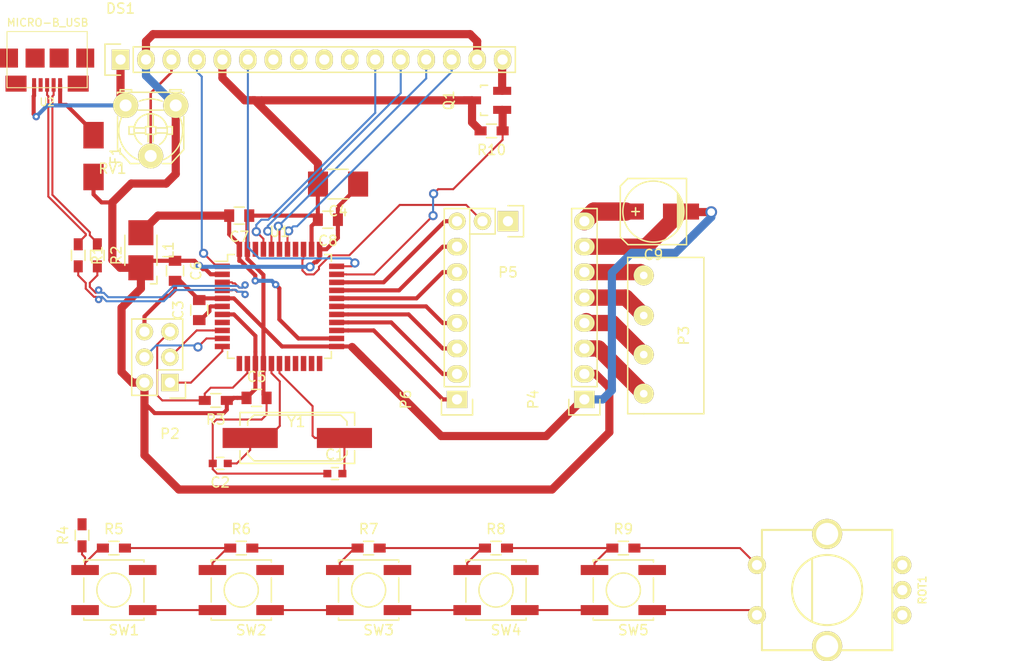
<source format=kicad_pcb>
(kicad_pcb (version 4) (host pcbnew 4.0.1-3.201512161002+6197~38~ubuntu15.10.1-stable)

  (general
    (links 106)
    (no_connects 20)
    (area 366.0338 32.6592 551.154602 97.20961)
    (thickness 1.6)
    (drawings 5)
    (tracks 421)
    (zones 0)
    (modules 38)
    (nets 63)
  )

  (page A4)
  (layers
    (0 F.Cu signal)
    (31 B.Cu signal)
    (32 B.Adhes user)
    (33 F.Adhes user)
    (34 B.Paste user)
    (35 F.Paste user)
    (36 B.SilkS user)
    (37 F.SilkS user)
    (38 B.Mask user)
    (39 F.Mask user)
    (40 Dwgs.User user)
    (41 Cmts.User user)
    (42 Eco1.User user)
    (43 Eco2.User user)
    (44 Edge.Cuts user)
    (45 Margin user)
    (46 B.CrtYd user)
    (47 F.CrtYd user)
    (48 B.Fab user)
    (49 F.Fab user)
  )

  (setup
    (last_trace_width 0.4064)
    (user_trace_width 0.254)
    (user_trace_width 0.4064)
    (user_trace_width 0.8128)
    (user_trace_width 1.2192)
    (user_trace_width 1.6256)
    (user_trace_width 1.8288)
    (user_trace_width 2.54)
    (trace_clearance 0.2032)
    (zone_clearance 0.508)
    (zone_45_only no)
    (trace_min 0.2)
    (segment_width 0.2)
    (edge_width 0.15)
    (via_size 0.7366)
    (via_drill 0.3302)
    (via_min_size 0.4)
    (via_min_drill 0.3)
    (user_via 0.9144 0.508)
    (user_via 1.1684 0.762)
    (user_via 1.4224 1.016)
    (user_via 1.6764 1.27)
    (user_via 1.9304 1.524)
    (uvia_size 0.7366)
    (uvia_drill 0.3302)
    (uvias_allowed no)
    (uvia_min_size 0)
    (uvia_min_drill 0)
    (pcb_text_width 0.3)
    (pcb_text_size 1.5 1.5)
    (mod_edge_width 0.15)
    (mod_text_size 1 1)
    (mod_text_width 0.15)
    (pad_size 3 3)
    (pad_drill 3)
    (pad_to_mask_clearance 0.2)
    (aux_axis_origin 0 0)
    (visible_elements FFFFFF7F)
    (pcbplotparams
      (layerselection 0x00030_80000001)
      (usegerberextensions false)
      (excludeedgelayer true)
      (linewidth 0.100000)
      (plotframeref false)
      (viasonmask false)
      (mode 1)
      (useauxorigin false)
      (hpglpennumber 1)
      (hpglpenspeed 20)
      (hpglpendiameter 15)
      (hpglpenoverlay 2)
      (psnegative false)
      (psa4output false)
      (plotreference true)
      (plotvalue true)
      (plotinvisibletext false)
      (padsonsilk false)
      (subtractmaskfromsilk false)
      (outputformat 1)
      (mirror false)
      (drillshape 1)
      (scaleselection 1)
      (outputdirectory ""))
  )

  (net 0 "")
  (net 1 GND)
  (net 2 "Net-(C1-Pad2)")
  (net 3 "Net-(C2-Pad1)")
  (net 4 "Net-(C3-Pad1)")
  (net 5 +5V)
  (net 6 "Net-(C7-Pad2)")
  (net 7 "Net-(DS1-Pad3)")
  (net 8 LCD_RS)
  (net 9 LCD_E)
  (net 10 "Net-(DS1-Pad7)")
  (net 11 "Net-(DS1-Pad8)")
  (net 12 "Net-(DS1-Pad9)")
  (net 13 "Net-(DS1-Pad10)")
  (net 14 LCD_D4)
  (net 15 LCD_D5)
  (net 16 LCD_D6)
  (net 17 LCD_D7)
  (net 18 "Net-(DS1-Pad16)")
  (net 19 "Net-(F1-Pad1)")
  (net 20 MISO)
  (net 21 SCK)
  (net 22 MOSI)
  (net 23 RST)
  (net 24 /STEP_M1B)
  (net 25 /STEP_M1A)
  (net 26 /STEP_M2B)
  (net 27 /STEP_M2A)
  (net 28 +24V)
  (net 29 STEP_DIAG1)
  (net 30 STEP_VREF)
  (net 31 STEP_DIR)
  (net 32 STEP_STEP)
  (net 33 STEP_NC0)
  (net 34 STEP_NC1)
  (net 35 STEP_CFG3)
  (net 36 STEP_CFG2)
  (net 37 STEP_CFG1)
  (net 38 STEP_EN)
  (net 39 LCD_BL)
  (net 40 USB_D-)
  (net 41 USB_D+)
  (net 42 "Net-(R4-Pad1)")
  (net 43 "Net-(R5-Pad2)")
  (net 44 "Net-(R6-Pad2)")
  (net 45 "Net-(R7-Pad2)")
  (net 46 "Net-(R8-Pad2)")
  (net 47 Buttons)
  (net 48 ENC_B)
  (net 49 ENC_A)
  (net 50 "Net-(U1-Pad12)")
  (net 51 RESERVED)
  (net 52 "Net-(U1-Pad42)")
  (net 53 "Net-(U2-Pad4)")
  (net 54 "Net-(U1-Pad8)")
  (net 55 "Net-(U1-Pad22)")
  (net 56 /USB_P)
  (net 57 /USB_N)
  (net 58 /UserInterface./Buttons)
  (net 59 /UserInterface./5V)
  (net 60 /UserInterface./ENC_A)
  (net 61 /UserInterface./ENC_B)
  (net 62 /UserInterface./0V)

  (net_class Default "This is the default net class."
    (clearance 0.2032)
    (trace_width 0.2032)
    (via_dia 0.7366)
    (via_drill 0.3302)
    (uvia_dia 0.7366)
    (uvia_drill 0.3302)
    (add_net +24V)
    (add_net +5V)
    (add_net /STEP_M1A)
    (add_net /STEP_M1B)
    (add_net /STEP_M2A)
    (add_net /STEP_M2B)
    (add_net /USB_N)
    (add_net /USB_P)
    (add_net /UserInterface./0V)
    (add_net /UserInterface./5V)
    (add_net /UserInterface./Buttons)
    (add_net /UserInterface./ENC_A)
    (add_net /UserInterface./ENC_B)
    (add_net Buttons)
    (add_net ENC_A)
    (add_net ENC_B)
    (add_net GND)
    (add_net LCD_BL)
    (add_net LCD_D4)
    (add_net LCD_D5)
    (add_net LCD_D6)
    (add_net LCD_D7)
    (add_net LCD_E)
    (add_net LCD_RS)
    (add_net MISO)
    (add_net MOSI)
    (add_net "Net-(C1-Pad2)")
    (add_net "Net-(C2-Pad1)")
    (add_net "Net-(C3-Pad1)")
    (add_net "Net-(C7-Pad2)")
    (add_net "Net-(DS1-Pad10)")
    (add_net "Net-(DS1-Pad16)")
    (add_net "Net-(DS1-Pad3)")
    (add_net "Net-(DS1-Pad7)")
    (add_net "Net-(DS1-Pad8)")
    (add_net "Net-(DS1-Pad9)")
    (add_net "Net-(F1-Pad1)")
    (add_net "Net-(R4-Pad1)")
    (add_net "Net-(R5-Pad2)")
    (add_net "Net-(R6-Pad2)")
    (add_net "Net-(R7-Pad2)")
    (add_net "Net-(R8-Pad2)")
    (add_net "Net-(U1-Pad12)")
    (add_net "Net-(U1-Pad22)")
    (add_net "Net-(U1-Pad42)")
    (add_net "Net-(U1-Pad8)")
    (add_net "Net-(U2-Pad4)")
    (add_net RESERVED)
    (add_net RST)
    (add_net SCK)
    (add_net STEP_CFG1)
    (add_net STEP_CFG2)
    (add_net STEP_CFG3)
    (add_net STEP_DIAG1)
    (add_net STEP_DIR)
    (add_net STEP_EN)
    (add_net STEP_NC0)
    (add_net STEP_NC1)
    (add_net STEP_STEP)
    (add_net STEP_VREF)
    (add_net USB_D+)
    (add_net USB_D-)
  )

  (module Buttons_Switches_SMD:SW_SPST_EVPBF (layer F.Cu) (tedit 55DAF9A7) (tstamp 566F56A1)
    (at 515.62 91.821 180)
    (descr "Light Touch Switch")
    (path /56711985/56711BFE)
    (attr smd)
    (fp_text reference SW3 (at -1 -4 180) (layer F.SilkS)
      (effects (font (size 1 1) (thickness 0.15)))
    )
    (fp_text value SW_PUSH (at 0 0 180) (layer F.Fab)
      (effects (font (size 1 1) (thickness 0.15)))
    )
    (fp_line (start -4.5 -3.25) (end 4.5 -3.25) (layer F.CrtYd) (width 0.05))
    (fp_line (start 4.5 -3.25) (end 4.5 3.25) (layer F.CrtYd) (width 0.05))
    (fp_line (start 4.5 3.25) (end -4.5 3.25) (layer F.CrtYd) (width 0.05))
    (fp_line (start -4.5 3.25) (end -4.5 -3.25) (layer F.CrtYd) (width 0.05))
    (fp_line (start 3 -3) (end 3 -2.8) (layer F.SilkS) (width 0.15))
    (fp_line (start 3 3) (end 3 2.8) (layer F.SilkS) (width 0.15))
    (fp_line (start -3 3) (end -3 2.8) (layer F.SilkS) (width 0.15))
    (fp_line (start -3 -3) (end -3 -2.8) (layer F.SilkS) (width 0.15))
    (fp_line (start -3 -1.2) (end -3 1.2) (layer F.SilkS) (width 0.15))
    (fp_line (start 3 -1.2) (end 3 1.2) (layer F.SilkS) (width 0.15))
    (fp_line (start 3 -3) (end -3 -3) (layer F.SilkS) (width 0.15))
    (fp_line (start -3 3) (end 3 3) (layer F.SilkS) (width 0.15))
    (fp_circle (center 0 0) (end 1.7 0) (layer F.SilkS) (width 0.15))
    (pad 1 smd rect (at 2.875 -2 180) (size 2.75 1) (layers F.Cu F.Paste F.Mask)
      (net 62 /UserInterface./0V))
    (pad 1 smd rect (at -2.875 -2 180) (size 2.75 1) (layers F.Cu F.Paste F.Mask)
      (net 62 /UserInterface./0V))
    (pad 2 smd rect (at -2.875 2 180) (size 2.75 1) (layers F.Cu F.Paste F.Mask)
      (net 44 "Net-(R6-Pad2)"))
    (pad 2 smd rect (at 2.875 2 180) (size 2.75 1) (layers F.Cu F.Paste F.Mask)
      (net 44 "Net-(R6-Pad2)"))
  )

  (module Resistors_SMD:R_0603_HandSoldering (layer F.Cu) (tedit 5418A00F) (tstamp 566F5677)
    (at 541.02 87.63)
    (descr "Resistor SMD 0603, hand soldering")
    (tags "resistor 0603")
    (path /56711985/567175D5)
    (attr smd)
    (fp_text reference R9 (at 0 -1.9) (layer F.SilkS)
      (effects (font (size 1 1) (thickness 0.15)))
    )
    (fp_text value 30k (at 0 1.9) (layer F.Fab)
      (effects (font (size 1 1) (thickness 0.15)))
    )
    (fp_line (start -2 -0.8) (end 2 -0.8) (layer F.CrtYd) (width 0.05))
    (fp_line (start -2 0.8) (end 2 0.8) (layer F.CrtYd) (width 0.05))
    (fp_line (start -2 -0.8) (end -2 0.8) (layer F.CrtYd) (width 0.05))
    (fp_line (start 2 -0.8) (end 2 0.8) (layer F.CrtYd) (width 0.05))
    (fp_line (start 0.5 0.675) (end -0.5 0.675) (layer F.SilkS) (width 0.15))
    (fp_line (start -0.5 -0.675) (end 0.5 -0.675) (layer F.SilkS) (width 0.15))
    (pad 1 smd rect (at -1.1 0) (size 1.2 0.9) (layers F.Cu F.Paste F.Mask)
      (net 46 "Net-(R8-Pad2)"))
    (pad 2 smd rect (at 1.1 0) (size 1.2 0.9) (layers F.Cu F.Paste F.Mask)
      (net 58 /UserInterface./Buttons))
    (model Resistors_SMD.3dshapes/R_0603_HandSoldering.wrl
      (at (xyz 0 0 0))
      (scale (xyz 1 1 1))
      (rotate (xyz 0 0 0))
    )
  )

  (module Housings_QFP:TQFP-44_10x10mm_Pitch0.8mm (layer F.Cu) (tedit 54130A77) (tstamp 566F56E1)
    (at 506.73 63.515)
    (descr "44-Lead Plastic Thin Quad Flatpack (PT) - 10x10x1.0 mm Body [TQFP] (see Microchip Packaging Specification 00000049BS.pdf)")
    (tags "QFP 0.8")
    (path /566EFA5B)
    (attr smd)
    (fp_text reference U1 (at 0 -7.45) (layer F.SilkS)
      (effects (font (size 1 1) (thickness 0.15)))
    )
    (fp_text value ATMEGA32U4-A (at 0 7.45) (layer F.Fab)
      (effects (font (size 1 1) (thickness 0.15)))
    )
    (fp_line (start -6.7 -6.7) (end -6.7 6.7) (layer F.CrtYd) (width 0.05))
    (fp_line (start 6.7 -6.7) (end 6.7 6.7) (layer F.CrtYd) (width 0.05))
    (fp_line (start -6.7 -6.7) (end 6.7 -6.7) (layer F.CrtYd) (width 0.05))
    (fp_line (start -6.7 6.7) (end 6.7 6.7) (layer F.CrtYd) (width 0.05))
    (fp_line (start -5.175 -5.175) (end -5.175 -4.5) (layer F.SilkS) (width 0.15))
    (fp_line (start 5.175 -5.175) (end 5.175 -4.5) (layer F.SilkS) (width 0.15))
    (fp_line (start 5.175 5.175) (end 5.175 4.5) (layer F.SilkS) (width 0.15))
    (fp_line (start -5.175 5.175) (end -5.175 4.5) (layer F.SilkS) (width 0.15))
    (fp_line (start -5.175 -5.175) (end -4.5 -5.175) (layer F.SilkS) (width 0.15))
    (fp_line (start -5.175 5.175) (end -4.5 5.175) (layer F.SilkS) (width 0.15))
    (fp_line (start 5.175 5.175) (end 4.5 5.175) (layer F.SilkS) (width 0.15))
    (fp_line (start 5.175 -5.175) (end 4.5 -5.175) (layer F.SilkS) (width 0.15))
    (fp_line (start -5.175 -4.5) (end -6.45 -4.5) (layer F.SilkS) (width 0.15))
    (pad 1 smd rect (at -5.7 -4) (size 1.5 0.55) (layers F.Cu F.Paste F.Mask)
      (net 8 LCD_RS))
    (pad 2 smd rect (at -5.7 -3.2) (size 1.5 0.55) (layers F.Cu F.Paste F.Mask)
      (net 5 +5V))
    (pad 3 smd rect (at -5.7 -2.4) (size 1.5 0.55) (layers F.Cu F.Paste F.Mask)
      (net 57 /USB_N))
    (pad 4 smd rect (at -5.7 -1.6) (size 1.5 0.55) (layers F.Cu F.Paste F.Mask)
      (net 56 /USB_P))
    (pad 5 smd rect (at -5.7 -0.8) (size 1.5 0.55) (layers F.Cu F.Paste F.Mask)
      (net 1 GND))
    (pad 6 smd rect (at -5.7 0) (size 1.5 0.55) (layers F.Cu F.Paste F.Mask)
      (net 4 "Net-(C3-Pad1)"))
    (pad 7 smd rect (at -5.7 0.8) (size 1.5 0.55) (layers F.Cu F.Paste F.Mask)
      (net 5 +5V))
    (pad 8 smd rect (at -5.7 1.6) (size 1.5 0.55) (layers F.Cu F.Paste F.Mask)
      (net 54 "Net-(U1-Pad8)"))
    (pad 9 smd rect (at -5.7 2.4) (size 1.5 0.55) (layers F.Cu F.Paste F.Mask)
      (net 21 SCK))
    (pad 10 smd rect (at -5.7 3.2) (size 1.5 0.55) (layers F.Cu F.Paste F.Mask)
      (net 22 MOSI))
    (pad 11 smd rect (at -5.7 4) (size 1.5 0.55) (layers F.Cu F.Paste F.Mask)
      (net 20 MISO))
    (pad 12 smd rect (at -4 5.7 90) (size 1.5 0.55) (layers F.Cu F.Paste F.Mask)
      (net 50 "Net-(U1-Pad12)"))
    (pad 13 smd rect (at -3.2 5.7 90) (size 1.5 0.55) (layers F.Cu F.Paste F.Mask)
      (net 23 RST))
    (pad 14 smd rect (at -2.4 5.7 90) (size 1.5 0.55) (layers F.Cu F.Paste F.Mask)
      (net 5 +5V))
    (pad 15 smd rect (at -1.6 5.7 90) (size 1.5 0.55) (layers F.Cu F.Paste F.Mask)
      (net 1 GND))
    (pad 16 smd rect (at -0.8 5.7 90) (size 1.5 0.55) (layers F.Cu F.Paste F.Mask)
      (net 3 "Net-(C2-Pad1)"))
    (pad 17 smd rect (at 0 5.7 90) (size 1.5 0.55) (layers F.Cu F.Paste F.Mask)
      (net 2 "Net-(C1-Pad2)"))
    (pad 18 smd rect (at 0.8 5.7 90) (size 1.5 0.55) (layers F.Cu F.Paste F.Mask)
      (net 49 ENC_A))
    (pad 19 smd rect (at 1.6 5.7 90) (size 1.5 0.55) (layers F.Cu F.Paste F.Mask)
      (net 48 ENC_B))
    (pad 20 smd rect (at 2.4 5.7 90) (size 1.5 0.55) (layers F.Cu F.Paste F.Mask)
      (net 51 RESERVED))
    (pad 21 smd rect (at 3.2 5.7 90) (size 1.5 0.55) (layers F.Cu F.Paste F.Mask)
      (net 51 RESERVED))
    (pad 22 smd rect (at 4 5.7 90) (size 1.5 0.55) (layers F.Cu F.Paste F.Mask)
      (net 55 "Net-(U1-Pad22)"))
    (pad 23 smd rect (at 5.7 4) (size 1.5 0.55) (layers F.Cu F.Paste F.Mask)
      (net 1 GND))
    (pad 24 smd rect (at 5.7 3.2) (size 1.5 0.55) (layers F.Cu F.Paste F.Mask)
      (net 6 "Net-(C7-Pad2)"))
    (pad 25 smd rect (at 5.7 2.4) (size 1.5 0.55) (layers F.Cu F.Paste F.Mask)
      (net 31 STEP_DIR))
    (pad 26 smd rect (at 5.7 1.6) (size 1.5 0.55) (layers F.Cu F.Paste F.Mask)
      (net 32 STEP_STEP))
    (pad 27 smd rect (at 5.7 0.8) (size 1.5 0.55) (layers F.Cu F.Paste F.Mask)
      (net 33 STEP_NC0))
    (pad 28 smd rect (at 5.7 0) (size 1.5 0.55) (layers F.Cu F.Paste F.Mask)
      (net 34 STEP_NC1))
    (pad 29 smd rect (at 5.7 -0.8) (size 1.5 0.55) (layers F.Cu F.Paste F.Mask)
      (net 36 STEP_CFG2))
    (pad 30 smd rect (at 5.7 -1.6) (size 1.5 0.55) (layers F.Cu F.Paste F.Mask)
      (net 37 STEP_CFG1))
    (pad 31 smd rect (at 5.7 -2.4) (size 1.5 0.55) (layers F.Cu F.Paste F.Mask)
      (net 38 STEP_EN))
    (pad 32 smd rect (at 5.7 -3.2) (size 1.5 0.55) (layers F.Cu F.Paste F.Mask)
      (net 39 LCD_BL))
    (pad 33 smd rect (at 5.7 -4) (size 1.5 0.55) (layers F.Cu F.Paste F.Mask)
      (net 9 LCD_E))
    (pad 34 smd rect (at 4 -5.7 90) (size 1.5 0.55) (layers F.Cu F.Paste F.Mask)
      (net 5 +5V))
    (pad 35 smd rect (at 3.2 -5.7 90) (size 1.5 0.55) (layers F.Cu F.Paste F.Mask)
      (net 1 GND))
    (pad 36 smd rect (at 2.4 -5.7 90) (size 1.5 0.55) (layers F.Cu F.Paste F.Mask)
      (net 30 STEP_VREF))
    (pad 37 smd rect (at 1.6 -5.7 90) (size 1.5 0.55) (layers F.Cu F.Paste F.Mask)
      (net 47 Buttons))
    (pad 38 smd rect (at 0.8 -5.7 90) (size 1.5 0.55) (layers F.Cu F.Paste F.Mask)
      (net 17 LCD_D7))
    (pad 39 smd rect (at 0 -5.7 90) (size 1.5 0.55) (layers F.Cu F.Paste F.Mask)
      (net 16 LCD_D6))
    (pad 40 smd rect (at -0.8 -5.7 90) (size 1.5 0.55) (layers F.Cu F.Paste F.Mask)
      (net 15 LCD_D5))
    (pad 41 smd rect (at -1.6 -5.7 90) (size 1.5 0.55) (layers F.Cu F.Paste F.Mask)
      (net 14 LCD_D4))
    (pad 42 smd rect (at -2.4 -5.7 90) (size 1.5 0.55) (layers F.Cu F.Paste F.Mask)
      (net 52 "Net-(U1-Pad42)"))
    (pad 43 smd rect (at -3.2 -5.7 90) (size 1.5 0.55) (layers F.Cu F.Paste F.Mask)
      (net 1 GND))
    (pad 44 smd rect (at -4 -5.7 90) (size 1.5 0.55) (layers F.Cu F.Paste F.Mask)
      (net 6 "Net-(C7-Pad2)"))
    (model Housings_QFP.3dshapes/TQFP-44_10x10mm_Pitch0.8mm.wrl
      (at (xyz 0 0 0))
      (scale (xyz 1 1 1))
      (rotate (xyz 0 0 0))
    )
  )

  (module Socket_Strips:Socket_Strip_Straight_1x08 (layer F.Cu) (tedit 5670AE2D) (tstamp 566F563A)
    (at 524.4338 72.7964 90)
    (descr "Through hole socket strip")
    (tags "socket strip")
    (path /566FA1F3)
    (fp_text reference P6 (at 0 -5.1 90) (layer F.SilkS)
      (effects (font (size 1 1) (thickness 0.15)))
    )
    (fp_text value CONN_01X08 (at 0 -3.1 90) (layer F.Fab)
      (effects (font (size 1 1) (thickness 0.15)))
    )
    (fp_line (start -1.75 -1.75) (end -1.75 1.75) (layer F.CrtYd) (width 0.05))
    (fp_line (start 19.55 -1.75) (end 19.55 1.75) (layer F.CrtYd) (width 0.05))
    (fp_line (start -1.75 -1.75) (end 19.55 -1.75) (layer F.CrtYd) (width 0.05))
    (fp_line (start -1.75 1.75) (end 19.55 1.75) (layer F.CrtYd) (width 0.05))
    (fp_line (start 1.27 1.27) (end 19.05 1.27) (layer F.SilkS) (width 0.15))
    (fp_line (start 19.05 1.27) (end 19.05 -1.27) (layer F.SilkS) (width 0.15))
    (fp_line (start 19.05 -1.27) (end 1.27 -1.27) (layer F.SilkS) (width 0.15))
    (fp_line (start -1.55 1.55) (end 0 1.55) (layer F.SilkS) (width 0.15))
    (fp_line (start 1.27 1.27) (end 1.27 -1.27) (layer F.SilkS) (width 0.15))
    (fp_line (start 0 -1.55) (end -1.55 -1.55) (layer F.SilkS) (width 0.15))
    (fp_line (start -1.55 -1.55) (end -1.55 1.55) (layer F.SilkS) (width 0.15))
    (pad 1 thru_hole rect (at 0 0 90) (size 1.7272 2.032) (drill 1.016) (layers *.Cu *.Mask F.SilkS)
      (net 31 STEP_DIR))
    (pad 2 thru_hole oval (at 2.54 0 90) (size 1.7272 2.032) (drill 1.016) (layers *.Cu *.Mask F.SilkS)
      (net 32 STEP_STEP))
    (pad 3 thru_hole oval (at 5.08 0 90) (size 1.7272 2.032) (drill 1.016) (layers *.Cu *.Mask F.SilkS)
      (net 33 STEP_NC0))
    (pad 4 thru_hole oval (at 7.62 0 90) (size 1.7272 2.032) (drill 1.016) (layers *.Cu *.Mask F.SilkS)
      (net 34 STEP_NC1))
    (pad 5 thru_hole oval (at 10.16 0 90) (size 1.7272 2.032) (drill 1.016) (layers *.Cu *.Mask F.SilkS)
      (net 35 STEP_CFG3))
    (pad 6 thru_hole oval (at 12.7 0 90) (size 1.7272 2.032) (drill 1.016) (layers *.Cu *.Mask F.SilkS)
      (net 36 STEP_CFG2))
    (pad 7 thru_hole oval (at 15.24 0 90) (size 1.7272 2.032) (drill 1.016) (layers *.Cu *.Mask F.SilkS)
      (net 37 STEP_CFG1))
    (pad 8 thru_hole circle (at 17.78 0 90) (size 1.7272 1.7272) (drill 1.016) (layers *.Cu *.Mask F.SilkS)
      (net 38 STEP_EN))
    (model Socket_Strips.3dshapes/Socket_Strip_Straight_1x08.wrl
      (at (xyz 0.35 0 0))
      (scale (xyz 1 1 1))
      (rotate (xyz 0 0 180))
    )
  )

  (module Crystals:Q_49U3HMS (layer F.Cu) (tedit 0) (tstamp 566F56F6)
    (at 508.508 76.6445)
    (path /566EFD87)
    (fp_text reference Y1 (at -0.1 -1.6) (layer F.SilkS)
      (effects (font (size 1 1) (thickness 0.15)))
    )
    (fp_text value 16MHz (at 0 1.7) (layer F.Fab)
      (effects (font (size 1 1) (thickness 0.15)))
    )
    (fp_line (start -4.953 -1.651) (end -4.953 -1.27) (layer F.SilkS) (width 0.15))
    (fp_line (start -4.953 1.651) (end -4.953 1.27) (layer F.SilkS) (width 0.15))
    (fp_line (start 4.953 1.651) (end 4.953 1.27) (layer F.SilkS) (width 0.15))
    (fp_line (start 4.953 -1.651) (end 4.953 -1.27) (layer F.SilkS) (width 0.15))
    (fp_line (start 5.715 -2.54) (end 5.715 -1.27) (layer F.SilkS) (width 0.15))
    (fp_line (start 5.715 2.54) (end 5.715 1.27) (layer F.SilkS) (width 0.15))
    (fp_line (start -5.715 2.54) (end -5.715 1.27) (layer F.SilkS) (width 0.15))
    (fp_line (start -5.715 -2.54) (end -5.715 -1.27) (layer F.SilkS) (width 0.15))
    (fp_line (start -4.953 1.651) (end -4.318 2.286) (layer F.SilkS) (width 0.15))
    (fp_line (start -4.318 2.286) (end 4.318 2.286) (layer F.SilkS) (width 0.15))
    (fp_line (start 4.318 2.286) (end 4.953 1.651) (layer F.SilkS) (width 0.15))
    (fp_line (start 4.953 -1.651) (end 4.318 -2.286) (layer F.SilkS) (width 0.15))
    (fp_line (start 4.318 -2.286) (end -4.318 -2.286) (layer F.SilkS) (width 0.15))
    (fp_line (start -4.318 -2.286) (end -4.953 -1.651) (layer F.SilkS) (width 0.15))
    (fp_line (start 5.715 2.54) (end -5.715 2.54) (layer F.SilkS) (width 0.15))
    (fp_line (start -5.715 -2.54) (end 5.715 -2.54) (layer F.SilkS) (width 0.15))
    (pad 1 smd rect (at -4.699 0) (size 5.4991 1.99898) (layers F.Cu F.Paste F.Mask)
      (net 3 "Net-(C2-Pad1)"))
    (pad 2 smd rect (at 4.699 0) (size 5.4991 1.99898) (layers F.Cu F.Paste F.Mask)
      (net 2 "Net-(C1-Pad2)"))
    (model Crystals.3dshapes/Q_49U3HMS.wrl
      (at (xyz 0 0 0))
      (scale (xyz 1 1 1))
      (rotate (xyz 0 0 0))
    )
  )

  (module Pin_Headers:Pin_Header_Straight_2x03 (layer F.Cu) (tedit 54EA0A4B) (tstamp 5670AE57)
    (at 495.808 71.12 180)
    (descr "Through hole pin header")
    (tags "pin header")
    (path /566F61EC)
    (fp_text reference P2 (at 0 -5.1 180) (layer F.SilkS)
      (effects (font (size 1 1) (thickness 0.15)))
    )
    (fp_text value CONN_02X03 (at 1.397 -2.667 180) (layer F.Fab)
      (effects (font (size 1 1) (thickness 0.15)))
    )
    (fp_line (start -1.27 1.27) (end -1.27 6.35) (layer F.SilkS) (width 0.15))
    (fp_line (start -1.55 -1.55) (end 0 -1.55) (layer F.SilkS) (width 0.15))
    (fp_line (start -1.75 -1.75) (end -1.75 6.85) (layer F.CrtYd) (width 0.05))
    (fp_line (start 4.3 -1.75) (end 4.3 6.85) (layer F.CrtYd) (width 0.05))
    (fp_line (start -1.75 -1.75) (end 4.3 -1.75) (layer F.CrtYd) (width 0.05))
    (fp_line (start -1.75 6.85) (end 4.3 6.85) (layer F.CrtYd) (width 0.05))
    (fp_line (start 1.27 -1.27) (end 1.27 1.27) (layer F.SilkS) (width 0.15))
    (fp_line (start 1.27 1.27) (end -1.27 1.27) (layer F.SilkS) (width 0.15))
    (fp_line (start -1.27 6.35) (end 3.81 6.35) (layer F.SilkS) (width 0.15))
    (fp_line (start 3.81 6.35) (end 3.81 1.27) (layer F.SilkS) (width 0.15))
    (fp_line (start -1.55 -1.55) (end -1.55 0) (layer F.SilkS) (width 0.15))
    (fp_line (start 3.81 -1.27) (end 1.27 -1.27) (layer F.SilkS) (width 0.15))
    (fp_line (start 3.81 1.27) (end 3.81 -1.27) (layer F.SilkS) (width 0.15))
    (pad 1 thru_hole rect (at 0 0 180) (size 1.7272 1.7272) (drill 1.016) (layers *.Cu *.Mask F.SilkS)
      (net 20 MISO))
    (pad 2 thru_hole oval (at 2.54 0 180) (size 1.7272 1.7272) (drill 1.016) (layers *.Cu *.Mask F.SilkS)
      (net 5 +5V))
    (pad 3 thru_hole oval (at 0 2.54 180) (size 1.7272 1.7272) (drill 1.016) (layers *.Cu *.Mask F.SilkS)
      (net 21 SCK))
    (pad 4 thru_hole oval (at 2.54 2.54 180) (size 1.7272 1.7272) (drill 1.016) (layers *.Cu *.Mask F.SilkS)
      (net 22 MOSI))
    (pad 5 thru_hole oval (at 0 5.08 180) (size 1.7272 1.7272) (drill 1.016) (layers *.Cu *.Mask F.SilkS)
      (net 23 RST))
    (pad 6 thru_hole oval (at 2.54 5.08 180) (size 1.7272 1.7272) (drill 1.016) (layers *.Cu *.Mask F.SilkS)
      (net 1 GND))
    (model Pin_Headers.3dshapes/Pin_Header_Straight_2x03.wrl
      (at (xyz 0.05 -0.1 0))
      (scale (xyz 1 1 1))
      (rotate (xyz 0 0 90))
    )
  )

  (module Capacitors_SMD:C_0603 (layer F.Cu) (tedit 5415D631) (tstamp 566F55C0)
    (at 512.2545 80.2005)
    (descr "Capacitor SMD 0603, reflow soldering, AVX (see smccp.pdf)")
    (tags "capacitor 0603")
    (path /566EFE95)
    (attr smd)
    (fp_text reference C1 (at 0 -1.9) (layer F.SilkS)
      (effects (font (size 1 1) (thickness 0.15)))
    )
    (fp_text value 18pF (at 0 1.9) (layer F.Fab)
      (effects (font (size 1 1) (thickness 0.15)))
    )
    (fp_line (start -1.45 -0.75) (end 1.45 -0.75) (layer F.CrtYd) (width 0.05))
    (fp_line (start -1.45 0.75) (end 1.45 0.75) (layer F.CrtYd) (width 0.05))
    (fp_line (start -1.45 -0.75) (end -1.45 0.75) (layer F.CrtYd) (width 0.05))
    (fp_line (start 1.45 -0.75) (end 1.45 0.75) (layer F.CrtYd) (width 0.05))
    (fp_line (start -0.35 -0.6) (end 0.35 -0.6) (layer F.SilkS) (width 0.15))
    (fp_line (start 0.35 0.6) (end -0.35 0.6) (layer F.SilkS) (width 0.15))
    (pad 1 smd rect (at -0.75 0) (size 0.8 0.75) (layers F.Cu F.Paste F.Mask)
      (net 1 GND))
    (pad 2 smd rect (at 0.75 0) (size 0.8 0.75) (layers F.Cu F.Paste F.Mask)
      (net 2 "Net-(C1-Pad2)"))
    (model Capacitors_SMD.3dshapes/C_0603.wrl
      (at (xyz 0 0 0))
      (scale (xyz 1 1 1))
      (rotate (xyz 0 0 0))
    )
  )

  (module Capacitors_SMD:C_0603 (layer F.Cu) (tedit 5415D631) (tstamp 566F55C6)
    (at 500.8245 79.1845 180)
    (descr "Capacitor SMD 0603, reflow soldering, AVX (see smccp.pdf)")
    (tags "capacitor 0603")
    (path /566EFE16)
    (attr smd)
    (fp_text reference C2 (at 0 -1.9 180) (layer F.SilkS)
      (effects (font (size 1 1) (thickness 0.15)))
    )
    (fp_text value 18pF (at 0 1.9 180) (layer F.Fab)
      (effects (font (size 1 1) (thickness 0.15)))
    )
    (fp_line (start -1.45 -0.75) (end 1.45 -0.75) (layer F.CrtYd) (width 0.05))
    (fp_line (start -1.45 0.75) (end 1.45 0.75) (layer F.CrtYd) (width 0.05))
    (fp_line (start -1.45 -0.75) (end -1.45 0.75) (layer F.CrtYd) (width 0.05))
    (fp_line (start 1.45 -0.75) (end 1.45 0.75) (layer F.CrtYd) (width 0.05))
    (fp_line (start -0.35 -0.6) (end 0.35 -0.6) (layer F.SilkS) (width 0.15))
    (fp_line (start 0.35 0.6) (end -0.35 0.6) (layer F.SilkS) (width 0.15))
    (pad 1 smd rect (at -0.75 0 180) (size 0.8 0.75) (layers F.Cu F.Paste F.Mask)
      (net 3 "Net-(C2-Pad1)"))
    (pad 2 smd rect (at 0.75 0 180) (size 0.8 0.75) (layers F.Cu F.Paste F.Mask)
      (net 1 GND))
    (model Capacitors_SMD.3dshapes/C_0603.wrl
      (at (xyz 0 0 0))
      (scale (xyz 1 1 1))
      (rotate (xyz 0 0 0))
    )
  )

  (module Capacitors_SMD:C_0805 (layer F.Cu) (tedit 5415D6EA) (tstamp 566F55CC)
    (at 498.729 63.881 90)
    (descr "Capacitor SMD 0805, reflow soldering, AVX (see smccp.pdf)")
    (tags "capacitor 0805")
    (path /566F1587)
    (attr smd)
    (fp_text reference C3 (at 0 -2.1 90) (layer F.SilkS)
      (effects (font (size 1 1) (thickness 0.15)))
    )
    (fp_text value 1uF (at 0 2.1 90) (layer F.Fab)
      (effects (font (size 1 1) (thickness 0.15)))
    )
    (fp_line (start -1.8 -1) (end 1.8 -1) (layer F.CrtYd) (width 0.05))
    (fp_line (start -1.8 1) (end 1.8 1) (layer F.CrtYd) (width 0.05))
    (fp_line (start -1.8 -1) (end -1.8 1) (layer F.CrtYd) (width 0.05))
    (fp_line (start 1.8 -1) (end 1.8 1) (layer F.CrtYd) (width 0.05))
    (fp_line (start 0.5 -0.85) (end -0.5 -0.85) (layer F.SilkS) (width 0.15))
    (fp_line (start -0.5 0.85) (end 0.5 0.85) (layer F.SilkS) (width 0.15))
    (pad 1 smd rect (at -1 0 90) (size 1 1.25) (layers F.Cu F.Paste F.Mask)
      (net 4 "Net-(C3-Pad1)"))
    (pad 2 smd rect (at 1 0 90) (size 1 1.25) (layers F.Cu F.Paste F.Mask)
      (net 1 GND))
    (model Capacitors_SMD.3dshapes/C_0805.wrl
      (at (xyz 0 0 0))
      (scale (xyz 1 1 1))
      (rotate (xyz 0 0 0))
    )
  )

  (module Capacitors_SMD:C_0805 (layer F.Cu) (tedit 5415D6EA) (tstamp 566F55D8)
    (at 504.444 72.644)
    (descr "Capacitor SMD 0805, reflow soldering, AVX (see smccp.pdf)")
    (tags "capacitor 0805")
    (path /566F4751)
    (attr smd)
    (fp_text reference C5 (at 0 -2.1) (layer F.SilkS)
      (effects (font (size 1 1) (thickness 0.15)))
    )
    (fp_text value 100nF (at 0 2.1) (layer F.Fab)
      (effects (font (size 1 1) (thickness 0.15)))
    )
    (fp_line (start -1.8 -1) (end 1.8 -1) (layer F.CrtYd) (width 0.05))
    (fp_line (start -1.8 1) (end 1.8 1) (layer F.CrtYd) (width 0.05))
    (fp_line (start -1.8 -1) (end -1.8 1) (layer F.CrtYd) (width 0.05))
    (fp_line (start 1.8 -1) (end 1.8 1) (layer F.CrtYd) (width 0.05))
    (fp_line (start 0.5 -0.85) (end -0.5 -0.85) (layer F.SilkS) (width 0.15))
    (fp_line (start -0.5 0.85) (end 0.5 0.85) (layer F.SilkS) (width 0.15))
    (pad 1 smd rect (at -1 0) (size 1 1.25) (layers F.Cu F.Paste F.Mask)
      (net 5 +5V))
    (pad 2 smd rect (at 1 0) (size 1 1.25) (layers F.Cu F.Paste F.Mask)
      (net 1 GND))
    (model Capacitors_SMD.3dshapes/C_0805.wrl
      (at (xyz 0 0 0))
      (scale (xyz 1 1 1))
      (rotate (xyz 0 0 0))
    )
  )

  (module Capacitors_SMD:C_0805 (layer F.Cu) (tedit 5415D6EA) (tstamp 566F55DE)
    (at 496.316 59.96 270)
    (descr "Capacitor SMD 0805, reflow soldering, AVX (see smccp.pdf)")
    (tags "capacitor 0805")
    (path /566F47E6)
    (attr smd)
    (fp_text reference C6 (at 0 -2.1 270) (layer F.SilkS)
      (effects (font (size 1 1) (thickness 0.15)))
    )
    (fp_text value 100nF (at 0 2.1 270) (layer F.Fab)
      (effects (font (size 1 1) (thickness 0.15)))
    )
    (fp_line (start -1.8 -1) (end 1.8 -1) (layer F.CrtYd) (width 0.05))
    (fp_line (start -1.8 1) (end 1.8 1) (layer F.CrtYd) (width 0.05))
    (fp_line (start -1.8 -1) (end -1.8 1) (layer F.CrtYd) (width 0.05))
    (fp_line (start 1.8 -1) (end 1.8 1) (layer F.CrtYd) (width 0.05))
    (fp_line (start 0.5 -0.85) (end -0.5 -0.85) (layer F.SilkS) (width 0.15))
    (fp_line (start -0.5 0.85) (end 0.5 0.85) (layer F.SilkS) (width 0.15))
    (pad 1 smd rect (at -1 0 270) (size 1 1.25) (layers F.Cu F.Paste F.Mask)
      (net 5 +5V))
    (pad 2 smd rect (at 1 0 270) (size 1 1.25) (layers F.Cu F.Paste F.Mask)
      (net 1 GND))
    (model Capacitors_SMD.3dshapes/C_0805.wrl
      (at (xyz 0 0 0))
      (scale (xyz 1 1 1))
      (rotate (xyz 0 0 0))
    )
  )

  (module Capacitors_SMD:C_0805 (layer F.Cu) (tedit 5415D6EA) (tstamp 566F55E4)
    (at 502.7168 54.4576 180)
    (descr "Capacitor SMD 0805, reflow soldering, AVX (see smccp.pdf)")
    (tags "capacitor 0805")
    (path /566F36E1)
    (attr smd)
    (fp_text reference C7 (at 0 -2.1 180) (layer F.SilkS)
      (effects (font (size 1 1) (thickness 0.15)))
    )
    (fp_text value 100nF (at 0 2.1 180) (layer F.Fab)
      (effects (font (size 1 1) (thickness 0.15)))
    )
    (fp_line (start -1.8 -1) (end 1.8 -1) (layer F.CrtYd) (width 0.05))
    (fp_line (start -1.8 1) (end 1.8 1) (layer F.CrtYd) (width 0.05))
    (fp_line (start -1.8 -1) (end -1.8 1) (layer F.CrtYd) (width 0.05))
    (fp_line (start 1.8 -1) (end 1.8 1) (layer F.CrtYd) (width 0.05))
    (fp_line (start 0.5 -0.85) (end -0.5 -0.85) (layer F.SilkS) (width 0.15))
    (fp_line (start -0.5 0.85) (end 0.5 0.85) (layer F.SilkS) (width 0.15))
    (pad 1 smd rect (at -1 0 180) (size 1 1.25) (layers F.Cu F.Paste F.Mask)
      (net 1 GND))
    (pad 2 smd rect (at 1 0 180) (size 1 1.25) (layers F.Cu F.Paste F.Mask)
      (net 6 "Net-(C7-Pad2)"))
    (model Capacitors_SMD.3dshapes/C_0805.wrl
      (at (xyz 0 0 0))
      (scale (xyz 1 1 1))
      (rotate (xyz 0 0 0))
    )
  )

  (module Capacitors_SMD:C_0805 (layer F.Cu) (tedit 5415D6EA) (tstamp 566F55EA)
    (at 511.556 54.864 180)
    (descr "Capacitor SMD 0805, reflow soldering, AVX (see smccp.pdf)")
    (tags "capacitor 0805")
    (path /566F4836)
    (attr smd)
    (fp_text reference C8 (at 0 -2.1 180) (layer F.SilkS)
      (effects (font (size 1 1) (thickness 0.15)))
    )
    (fp_text value 100nF (at 0 2.1 180) (layer F.Fab)
      (effects (font (size 1 1) (thickness 0.15)))
    )
    (fp_line (start -1.8 -1) (end 1.8 -1) (layer F.CrtYd) (width 0.05))
    (fp_line (start -1.8 1) (end 1.8 1) (layer F.CrtYd) (width 0.05))
    (fp_line (start -1.8 -1) (end -1.8 1) (layer F.CrtYd) (width 0.05))
    (fp_line (start 1.8 -1) (end 1.8 1) (layer F.CrtYd) (width 0.05))
    (fp_line (start 0.5 -0.85) (end -0.5 -0.85) (layer F.SilkS) (width 0.15))
    (fp_line (start -0.5 0.85) (end 0.5 0.85) (layer F.SilkS) (width 0.15))
    (pad 1 smd rect (at -1 0 180) (size 1 1.25) (layers F.Cu F.Paste F.Mask)
      (net 5 +5V))
    (pad 2 smd rect (at 1 0 180) (size 1 1.25) (layers F.Cu F.Paste F.Mask)
      (net 1 GND))
    (model Capacitors_SMD.3dshapes/C_0805.wrl
      (at (xyz 0 0 0))
      (scale (xyz 1 1 1))
      (rotate (xyz 0 0 0))
    )
  )

  (module Socket_Strips:Socket_Strip_Straight_1x16 (layer F.Cu) (tedit 0) (tstamp 566F55FE)
    (at 490.8804 38.8874)
    (descr "Through hole socket strip")
    (tags "socket strip")
    (path /56711985/56711BE9)
    (fp_text reference DS1 (at 0 -5.1) (layer F.SilkS)
      (effects (font (size 1 1) (thickness 0.15)))
    )
    (fp_text value LCD16X2 (at 0 -3.1) (layer F.Fab)
      (effects (font (size 1 1) (thickness 0.15)))
    )
    (fp_line (start -1.75 -1.75) (end -1.75 1.75) (layer F.CrtYd) (width 0.05))
    (fp_line (start 39.85 -1.75) (end 39.85 1.75) (layer F.CrtYd) (width 0.05))
    (fp_line (start -1.75 -1.75) (end 39.85 -1.75) (layer F.CrtYd) (width 0.05))
    (fp_line (start -1.75 1.75) (end 39.85 1.75) (layer F.CrtYd) (width 0.05))
    (fp_line (start 1.27 -1.27) (end 39.37 -1.27) (layer F.SilkS) (width 0.15))
    (fp_line (start 39.37 -1.27) (end 39.37 1.27) (layer F.SilkS) (width 0.15))
    (fp_line (start 39.37 1.27) (end 1.27 1.27) (layer F.SilkS) (width 0.15))
    (fp_line (start -1.55 1.55) (end 0 1.55) (layer F.SilkS) (width 0.15))
    (fp_line (start 1.27 1.27) (end 1.27 -1.27) (layer F.SilkS) (width 0.15))
    (fp_line (start 0 -1.55) (end -1.55 -1.55) (layer F.SilkS) (width 0.15))
    (fp_line (start -1.55 -1.55) (end -1.55 1.55) (layer F.SilkS) (width 0.15))
    (pad 1 thru_hole rect (at 0 0) (size 1.7272 2.032) (drill 1.016) (layers *.Cu *.Mask F.SilkS)
      (net 1 GND))
    (pad 2 thru_hole oval (at 2.54 0) (size 1.7272 2.032) (drill 1.016) (layers *.Cu *.Mask F.SilkS)
      (net 5 +5V))
    (pad 3 thru_hole oval (at 5.08 0) (size 1.7272 2.032) (drill 1.016) (layers *.Cu *.Mask F.SilkS)
      (net 7 "Net-(DS1-Pad3)"))
    (pad 4 thru_hole oval (at 7.62 0) (size 1.7272 2.032) (drill 1.016) (layers *.Cu *.Mask F.SilkS)
      (net 8 LCD_RS))
    (pad 5 thru_hole oval (at 10.16 0) (size 1.7272 2.032) (drill 1.016) (layers *.Cu *.Mask F.SilkS)
      (net 1 GND))
    (pad 6 thru_hole oval (at 12.7 0) (size 1.7272 2.032) (drill 1.016) (layers *.Cu *.Mask F.SilkS)
      (net 9 LCD_E))
    (pad 7 thru_hole oval (at 15.24 0) (size 1.7272 2.032) (drill 1.016) (layers *.Cu *.Mask F.SilkS)
      (net 10 "Net-(DS1-Pad7)"))
    (pad 8 thru_hole oval (at 17.78 0) (size 1.7272 2.032) (drill 1.016) (layers *.Cu *.Mask F.SilkS)
      (net 11 "Net-(DS1-Pad8)"))
    (pad 9 thru_hole oval (at 20.32 0) (size 1.7272 2.032) (drill 1.016) (layers *.Cu *.Mask F.SilkS)
      (net 12 "Net-(DS1-Pad9)"))
    (pad 10 thru_hole oval (at 22.86 0) (size 1.7272 2.032) (drill 1.016) (layers *.Cu *.Mask F.SilkS)
      (net 13 "Net-(DS1-Pad10)"))
    (pad 11 thru_hole oval (at 25.4 0) (size 1.7272 2.032) (drill 1.016) (layers *.Cu *.Mask F.SilkS)
      (net 14 LCD_D4))
    (pad 12 thru_hole oval (at 27.94 0) (size 1.7272 2.032) (drill 1.016) (layers *.Cu *.Mask F.SilkS)
      (net 15 LCD_D5))
    (pad 13 thru_hole oval (at 30.48 0) (size 1.7272 2.032) (drill 1.016) (layers *.Cu *.Mask F.SilkS)
      (net 16 LCD_D6))
    (pad 14 thru_hole oval (at 33.02 0) (size 1.7272 2.032) (drill 1.016) (layers *.Cu *.Mask F.SilkS)
      (net 17 LCD_D7))
    (pad 15 thru_hole oval (at 35.56 0) (size 1.7272 2.032) (drill 1.016) (layers *.Cu *.Mask F.SilkS)
      (net 5 +5V))
    (pad 16 thru_hole oval (at 38.1 0) (size 1.7272 2.032) (drill 1.016) (layers *.Cu *.Mask F.SilkS)
      (net 18 "Net-(DS1-Pad16)"))
    (model Socket_Strips.3dshapes/Socket_Strip_Straight_1x16.wrl
      (at (xyz 0.75 0 0))
      (scale (xyz 1 1 1))
      (rotate (xyz 0 0 180))
    )
  )

  (module Fuse_Holders_and_Fuses:Fuse_SMD1206_HandSoldering (layer F.Cu) (tedit 0) (tstamp 566F5604)
    (at 488.188 48.514 270)
    (descr "Fuse, Sicherung, SMD1206, Littlefuse-Wickmann 433 Series, Hand Soldering,")
    (tags "Fuse, Sicherung, SMD1206,  Littlefuse-Wickmann 433 Series, Hand Soldering,")
    (path /566F103A)
    (attr smd)
    (fp_text reference F1 (at -0.0508 -2.19964 270) (layer F.SilkS)
      (effects (font (size 1 1) (thickness 0.15)))
    )
    (fp_text value F_Small (at -0.14986 2.49936 270) (layer F.Fab)
      (effects (font (size 1 1) (thickness 0.15)))
    )
    (pad 1 smd rect (at -2.08534 0) (size 2.02946 2.65176) (layers F.Cu F.Paste F.Mask)
      (net 19 "Net-(F1-Pad1)"))
    (pad 2 smd rect (at 2.08534 0) (size 2.02946 2.65176) (layers F.Cu F.Paste F.Mask)
      (net 5 +5V))
  )

  (module Inductors:Inductor_1212 (layer F.Cu) (tedit 5652586A) (tstamp 566F560A)
    (at 492.9124 57.912 90)
    (path /566EFBAD)
    (attr smd)
    (fp_text reference L1 (at 0 2.75 90) (layer F.SilkS)
      (effects (font (size 1 1) (thickness 0.15)))
    )
    (fp_text value 10uH (at 0 -2.75 90) (layer F.Fab)
      (effects (font (size 1 1) (thickness 0.15)))
    )
    (fp_line (start -3.35 1.6) (end -3.35 0.95) (layer F.SilkS) (width 0.15))
    (fp_line (start -2.6 1.6) (end -3.35 1.6) (layer F.SilkS) (width 0.15))
    (fp_line (start -3.5 2) (end -3.5 -2) (layer F.CrtYd) (width 0.05))
    (fp_line (start 3.5 2) (end -3.5 2) (layer F.CrtYd) (width 0.05))
    (fp_line (start 3.5 -2) (end 3.5 2) (layer F.CrtYd) (width 0.05))
    (fp_line (start -3.5 -2) (end 3.5 -2) (layer F.CrtYd) (width 0.05))
    (fp_line (start 1.5 1.6) (end -1.5 1.6) (layer F.SilkS) (width 0.15))
    (fp_line (start -1.5 -1.6) (end 1.5 -1.6) (layer F.SilkS) (width 0.15))
    (pad 1 smd rect (at -1.75 0 90) (size 2.5 2.5) (layers F.Cu F.Paste F.Mask)
      (net 5 +5V))
    (pad 2 smd rect (at 1.75 0 90) (size 2.5 2.5) (layers F.Cu F.Paste F.Mask)
      (net 6 "Net-(C7-Pad2)"))
  )

  (module TO_SOT_Packages_SMD:SOT-23_Handsoldering (layer F.Cu) (tedit 54E9291B) (tstamp 566F5641)
    (at 527.43354 42.9514 90)
    (descr "SOT-23, Handsoldering")
    (tags SOT-23)
    (path /56711985/56711C41)
    (attr smd)
    (fp_text reference Q1 (at 0 -3.81 90) (layer F.SilkS)
      (effects (font (size 1 1) (thickness 0.15)))
    )
    (fp_text value Q_NMOS_GDS (at 0 3.81 90) (layer F.Fab)
      (effects (font (size 1 1) (thickness 0.15)))
    )
    (fp_line (start -1.49982 0.0508) (end -1.49982 -0.65024) (layer F.SilkS) (width 0.15))
    (fp_line (start -1.49982 -0.65024) (end -1.2509 -0.65024) (layer F.SilkS) (width 0.15))
    (fp_line (start 1.29916 -0.65024) (end 1.49982 -0.65024) (layer F.SilkS) (width 0.15))
    (fp_line (start 1.49982 -0.65024) (end 1.49982 0.0508) (layer F.SilkS) (width 0.15))
    (pad 1 smd rect (at -0.95 1.50114 90) (size 0.8001 1.80086) (layers F.Cu F.Paste F.Mask)
      (net 39 LCD_BL))
    (pad 2 smd rect (at 0.95 1.50114 90) (size 0.8001 1.80086) (layers F.Cu F.Paste F.Mask)
      (net 18 "Net-(DS1-Pad16)"))
    (pad 3 smd rect (at 0 -1.50114 90) (size 0.8001 1.80086) (layers F.Cu F.Paste F.Mask)
      (net 1 GND))
    (model TO_SOT_Packages_SMD.3dshapes/SOT-23_Handsoldering.wrl
      (at (xyz 0 0 0))
      (scale (xyz 1 1 1))
      (rotate (xyz 0 0 0))
    )
  )

  (module Resistors_SMD:R_0603_HandSoldering (layer F.Cu) (tedit 5418A00F) (tstamp 566F5647)
    (at 486.664 58.42 270)
    (descr "Resistor SMD 0603, hand soldering")
    (tags "resistor 0603")
    (path /566F1E6C)
    (attr smd)
    (fp_text reference R1 (at 0 -1.9 270) (layer F.SilkS)
      (effects (font (size 1 1) (thickness 0.15)))
    )
    (fp_text value 22R (at 0 1.9 270) (layer F.Fab)
      (effects (font (size 1 1) (thickness 0.15)))
    )
    (fp_line (start -2 -0.8) (end 2 -0.8) (layer F.CrtYd) (width 0.05))
    (fp_line (start -2 0.8) (end 2 0.8) (layer F.CrtYd) (width 0.05))
    (fp_line (start -2 -0.8) (end -2 0.8) (layer F.CrtYd) (width 0.05))
    (fp_line (start 2 -0.8) (end 2 0.8) (layer F.CrtYd) (width 0.05))
    (fp_line (start 0.5 0.675) (end -0.5 0.675) (layer F.SilkS) (width 0.15))
    (fp_line (start -0.5 -0.675) (end 0.5 -0.675) (layer F.SilkS) (width 0.15))
    (pad 1 smd rect (at -1.1 0 270) (size 1.2 0.9) (layers F.Cu F.Paste F.Mask)
      (net 41 USB_D+))
    (pad 2 smd rect (at 1.1 0 270) (size 1.2 0.9) (layers F.Cu F.Paste F.Mask)
      (net 56 /USB_P))
    (model Resistors_SMD.3dshapes/R_0603_HandSoldering.wrl
      (at (xyz 0 0 0))
      (scale (xyz 1 1 1))
      (rotate (xyz 0 0 0))
    )
  )

  (module Resistors_SMD:R_0603_HandSoldering (layer F.Cu) (tedit 5418A00F) (tstamp 566F564D)
    (at 488.569 58.42 270)
    (descr "Resistor SMD 0603, hand soldering")
    (tags "resistor 0603")
    (path /566F1F05)
    (attr smd)
    (fp_text reference R2 (at 0 -1.9 270) (layer F.SilkS)
      (effects (font (size 1 1) (thickness 0.15)))
    )
    (fp_text value 22R (at 0 1.9 270) (layer F.Fab)
      (effects (font (size 1 1) (thickness 0.15)))
    )
    (fp_line (start -2 -0.8) (end 2 -0.8) (layer F.CrtYd) (width 0.05))
    (fp_line (start -2 0.8) (end 2 0.8) (layer F.CrtYd) (width 0.05))
    (fp_line (start -2 -0.8) (end -2 0.8) (layer F.CrtYd) (width 0.05))
    (fp_line (start 2 -0.8) (end 2 0.8) (layer F.CrtYd) (width 0.05))
    (fp_line (start 0.5 0.675) (end -0.5 0.675) (layer F.SilkS) (width 0.15))
    (fp_line (start -0.5 -0.675) (end 0.5 -0.675) (layer F.SilkS) (width 0.15))
    (pad 1 smd rect (at -1.1 0 270) (size 1.2 0.9) (layers F.Cu F.Paste F.Mask)
      (net 40 USB_D-))
    (pad 2 smd rect (at 1.1 0 270) (size 1.2 0.9) (layers F.Cu F.Paste F.Mask)
      (net 57 /USB_N))
    (model Resistors_SMD.3dshapes/R_0603_HandSoldering.wrl
      (at (xyz 0 0 0))
      (scale (xyz 1 1 1))
      (rotate (xyz 0 0 0))
    )
  )

  (module Resistors_SMD:R_0603_HandSoldering (layer F.Cu) (tedit 5418A00F) (tstamp 566F5653)
    (at 500.38 72.898 180)
    (descr "Resistor SMD 0603, hand soldering")
    (tags "resistor 0603")
    (path /566F2EAA)
    (attr smd)
    (fp_text reference R3 (at 0 -1.9 180) (layer F.SilkS)
      (effects (font (size 1 1) (thickness 0.15)))
    )
    (fp_text value 10k (at 0 1.9 180) (layer F.Fab)
      (effects (font (size 1 1) (thickness 0.15)))
    )
    (fp_line (start -2 -0.8) (end 2 -0.8) (layer F.CrtYd) (width 0.05))
    (fp_line (start -2 0.8) (end 2 0.8) (layer F.CrtYd) (width 0.05))
    (fp_line (start -2 -0.8) (end -2 0.8) (layer F.CrtYd) (width 0.05))
    (fp_line (start 2 -0.8) (end 2 0.8) (layer F.CrtYd) (width 0.05))
    (fp_line (start 0.5 0.675) (end -0.5 0.675) (layer F.SilkS) (width 0.15))
    (fp_line (start -0.5 -0.675) (end 0.5 -0.675) (layer F.SilkS) (width 0.15))
    (pad 1 smd rect (at -1.1 0 180) (size 1.2 0.9) (layers F.Cu F.Paste F.Mask)
      (net 5 +5V))
    (pad 2 smd rect (at 1.1 0 180) (size 1.2 0.9) (layers F.Cu F.Paste F.Mask)
      (net 23 RST))
    (model Resistors_SMD.3dshapes/R_0603_HandSoldering.wrl
      (at (xyz 0 0 0))
      (scale (xyz 1 1 1))
      (rotate (xyz 0 0 0))
    )
  )

  (module Resistors_SMD:R_0603_HandSoldering (layer F.Cu) (tedit 5418A00F) (tstamp 566F5659)
    (at 487.045 86.36 90)
    (descr "Resistor SMD 0603, hand soldering")
    (tags "resistor 0603")
    (path /56711985/567179D0)
    (attr smd)
    (fp_text reference R4 (at 0 -1.9 90) (layer F.SilkS)
      (effects (font (size 1 1) (thickness 0.15)))
    )
    (fp_text value 10k (at 0 1.9 90) (layer F.Fab)
      (effects (font (size 1 1) (thickness 0.15)))
    )
    (fp_line (start -2 -0.8) (end 2 -0.8) (layer F.CrtYd) (width 0.05))
    (fp_line (start -2 0.8) (end 2 0.8) (layer F.CrtYd) (width 0.05))
    (fp_line (start -2 -0.8) (end -2 0.8) (layer F.CrtYd) (width 0.05))
    (fp_line (start 2 -0.8) (end 2 0.8) (layer F.CrtYd) (width 0.05))
    (fp_line (start 0.5 0.675) (end -0.5 0.675) (layer F.SilkS) (width 0.15))
    (fp_line (start -0.5 -0.675) (end 0.5 -0.675) (layer F.SilkS) (width 0.15))
    (pad 1 smd rect (at -1.1 0 90) (size 1.2 0.9) (layers F.Cu F.Paste F.Mask)
      (net 42 "Net-(R4-Pad1)"))
    (pad 2 smd rect (at 1.1 0 90) (size 1.2 0.9) (layers F.Cu F.Paste F.Mask)
      (net 59 /UserInterface./5V))
    (model Resistors_SMD.3dshapes/R_0603_HandSoldering.wrl
      (at (xyz 0 0 0))
      (scale (xyz 1 1 1))
      (rotate (xyz 0 0 0))
    )
  )

  (module Resistors_SMD:R_0603_HandSoldering (layer F.Cu) (tedit 5418A00F) (tstamp 566F565F)
    (at 490.22 87.63)
    (descr "Resistor SMD 0603, hand soldering")
    (tags "resistor 0603")
    (path /56711985/567177ED)
    (attr smd)
    (fp_text reference R5 (at 0 -1.9) (layer F.SilkS)
      (effects (font (size 1 1) (thickness 0.15)))
    )
    (fp_text value 2k (at 0 1.9) (layer F.Fab)
      (effects (font (size 1 1) (thickness 0.15)))
    )
    (fp_line (start -2 -0.8) (end 2 -0.8) (layer F.CrtYd) (width 0.05))
    (fp_line (start -2 0.8) (end 2 0.8) (layer F.CrtYd) (width 0.05))
    (fp_line (start -2 -0.8) (end -2 0.8) (layer F.CrtYd) (width 0.05))
    (fp_line (start 2 -0.8) (end 2 0.8) (layer F.CrtYd) (width 0.05))
    (fp_line (start 0.5 0.675) (end -0.5 0.675) (layer F.SilkS) (width 0.15))
    (fp_line (start -0.5 -0.675) (end 0.5 -0.675) (layer F.SilkS) (width 0.15))
    (pad 1 smd rect (at -1.1 0) (size 1.2 0.9) (layers F.Cu F.Paste F.Mask)
      (net 42 "Net-(R4-Pad1)"))
    (pad 2 smd rect (at 1.1 0) (size 1.2 0.9) (layers F.Cu F.Paste F.Mask)
      (net 43 "Net-(R5-Pad2)"))
    (model Resistors_SMD.3dshapes/R_0603_HandSoldering.wrl
      (at (xyz 0 0 0))
      (scale (xyz 1 1 1))
      (rotate (xyz 0 0 0))
    )
  )

  (module Resistors_SMD:R_0603_HandSoldering (layer F.Cu) (tedit 5418A00F) (tstamp 566F5665)
    (at 502.92 87.63)
    (descr "Resistor SMD 0603, hand soldering")
    (tags "resistor 0603")
    (path /56711985/56717777)
    (attr smd)
    (fp_text reference R6 (at 0 -1.9) (layer F.SilkS)
      (effects (font (size 1 1) (thickness 0.15)))
    )
    (fp_text value 3k (at 0 1.9) (layer F.Fab)
      (effects (font (size 1 1) (thickness 0.15)))
    )
    (fp_line (start -2 -0.8) (end 2 -0.8) (layer F.CrtYd) (width 0.05))
    (fp_line (start -2 0.8) (end 2 0.8) (layer F.CrtYd) (width 0.05))
    (fp_line (start -2 -0.8) (end -2 0.8) (layer F.CrtYd) (width 0.05))
    (fp_line (start 2 -0.8) (end 2 0.8) (layer F.CrtYd) (width 0.05))
    (fp_line (start 0.5 0.675) (end -0.5 0.675) (layer F.SilkS) (width 0.15))
    (fp_line (start -0.5 -0.675) (end 0.5 -0.675) (layer F.SilkS) (width 0.15))
    (pad 1 smd rect (at -1.1 0) (size 1.2 0.9) (layers F.Cu F.Paste F.Mask)
      (net 43 "Net-(R5-Pad2)"))
    (pad 2 smd rect (at 1.1 0) (size 1.2 0.9) (layers F.Cu F.Paste F.Mask)
      (net 44 "Net-(R6-Pad2)"))
    (model Resistors_SMD.3dshapes/R_0603_HandSoldering.wrl
      (at (xyz 0 0 0))
      (scale (xyz 1 1 1))
      (rotate (xyz 0 0 0))
    )
  )

  (module Resistors_SMD:R_0603_HandSoldering (layer F.Cu) (tedit 5418A00F) (tstamp 566F566B)
    (at 515.62 87.63)
    (descr "Resistor SMD 0603, hand soldering")
    (tags "resistor 0603")
    (path /56711985/56717DEF)
    (attr smd)
    (fp_text reference R7 (at 0 -1.9) (layer F.SilkS)
      (effects (font (size 1 1) (thickness 0.15)))
    )
    (fp_text value 5k (at 0 1.9) (layer F.Fab)
      (effects (font (size 1 1) (thickness 0.15)))
    )
    (fp_line (start -2 -0.8) (end 2 -0.8) (layer F.CrtYd) (width 0.05))
    (fp_line (start -2 0.8) (end 2 0.8) (layer F.CrtYd) (width 0.05))
    (fp_line (start -2 -0.8) (end -2 0.8) (layer F.CrtYd) (width 0.05))
    (fp_line (start 2 -0.8) (end 2 0.8) (layer F.CrtYd) (width 0.05))
    (fp_line (start 0.5 0.675) (end -0.5 0.675) (layer F.SilkS) (width 0.15))
    (fp_line (start -0.5 -0.675) (end 0.5 -0.675) (layer F.SilkS) (width 0.15))
    (pad 1 smd rect (at -1.1 0) (size 1.2 0.9) (layers F.Cu F.Paste F.Mask)
      (net 44 "Net-(R6-Pad2)"))
    (pad 2 smd rect (at 1.1 0) (size 1.2 0.9) (layers F.Cu F.Paste F.Mask)
      (net 45 "Net-(R7-Pad2)"))
    (model Resistors_SMD.3dshapes/R_0603_HandSoldering.wrl
      (at (xyz 0 0 0))
      (scale (xyz 1 1 1))
      (rotate (xyz 0 0 0))
    )
  )

  (module Resistors_SMD:R_0603_HandSoldering (layer F.Cu) (tedit 5418A00F) (tstamp 566F5671)
    (at 528.32 87.63)
    (descr "Resistor SMD 0603, hand soldering")
    (tags "resistor 0603")
    (path /56711985/5671772B)
    (attr smd)
    (fp_text reference R8 (at 0 -1.9) (layer F.SilkS)
      (effects (font (size 1 1) (thickness 0.15)))
    )
    (fp_text value 10k (at 0 1.9) (layer F.Fab)
      (effects (font (size 1 1) (thickness 0.15)))
    )
    (fp_line (start -2 -0.8) (end 2 -0.8) (layer F.CrtYd) (width 0.05))
    (fp_line (start -2 0.8) (end 2 0.8) (layer F.CrtYd) (width 0.05))
    (fp_line (start -2 -0.8) (end -2 0.8) (layer F.CrtYd) (width 0.05))
    (fp_line (start 2 -0.8) (end 2 0.8) (layer F.CrtYd) (width 0.05))
    (fp_line (start 0.5 0.675) (end -0.5 0.675) (layer F.SilkS) (width 0.15))
    (fp_line (start -0.5 -0.675) (end 0.5 -0.675) (layer F.SilkS) (width 0.15))
    (pad 1 smd rect (at -1.1 0) (size 1.2 0.9) (layers F.Cu F.Paste F.Mask)
      (net 45 "Net-(R7-Pad2)"))
    (pad 2 smd rect (at 1.1 0) (size 1.2 0.9) (layers F.Cu F.Paste F.Mask)
      (net 46 "Net-(R8-Pad2)"))
    (model Resistors_SMD.3dshapes/R_0603_HandSoldering.wrl
      (at (xyz 0 0 0))
      (scale (xyz 1 1 1))
      (rotate (xyz 0 0 0))
    )
  )

  (module sparkfun:SF-ROTARY-ENCODER (layer F.Cu) (tedit 0) (tstamp 566F5682)
    (at 561.34 91.821 90)
    (path /56711985/5672CB49)
    (fp_text reference ROT1 (at 0 9.5 90) (layer F.SilkS)
      (effects (font (size 0.762 0.762) (thickness 0.1524)))
    )
    (fp_text value ROTARY-ENCODER (at 0 0 90) (layer F.SilkS) hide
      (effects (font (size 0.762 0.762) (thickness 0.1524)))
    )
    (fp_line (start 3 -1.5) (end -3 -1.5) (layer F.SilkS) (width 0.2032))
    (fp_circle (center 0 0) (end 3.5 0) (layer F.SilkS) (width 0.2032))
    (fp_line (start 6 6.5) (end -6 6.5) (layer F.SilkS) (width 0.2032))
    (fp_line (start -6 6.5) (end -6 -6.5) (layer F.SilkS) (width 0.2032))
    (fp_line (start -6 -6.5) (end 6 -6.5) (layer F.SilkS) (width 0.2032))
    (fp_line (start 6 -6.5) (end 6 6.5) (layer F.SilkS) (width 0.2032))
    (pad 1 thru_hole circle (at -2.5 -7 90) (size 1.8 1.8) (drill 1) (layers *.Cu *.Mask F.SilkS)
      (net 62 /UserInterface./0V))
    (pad 2 thru_hole circle (at -2.5 7.5 90) (size 1.8 1.8) (drill 1) (layers *.Cu *.Mask F.SilkS)
      (net 61 /UserInterface./ENC_B))
    (pad 3 thru_hole circle (at 0 7.5 90) (size 1.8 1.8) (drill 1) (layers *.Cu *.Mask F.SilkS)
      (net 60 /UserInterface./ENC_A))
    (pad 4 thru_hole circle (at 2.5 7.5 90) (size 1.8 1.8) (drill 1) (layers *.Cu *.Mask F.SilkS)
      (net 62 /UserInterface./0V))
    (pad 5 thru_hole circle (at 2.5 -7 90) (size 1.8 1.8) (drill 1) (layers *.Cu *.Mask F.SilkS)
      (net 58 /UserInterface./Buttons))
    (pad "" thru_hole circle (at 5.6 0 90) (size 3 3) (drill 2.2) (layers *.Cu *.Mask F.SilkS))
    (pad "" thru_hole circle (at -5.6 0 90) (size 3 3) (drill 2.2) (layers *.Cu *.Mask F.SilkS))
  )

  (module Potentiometers:Potentiometer_Triwood_RM-065 (layer F.Cu) (tedit 53FABC1B) (tstamp 566F5689)
    (at 496.38712 43.4594 180)
    (descr "Potentiometer, Trimmer, RM-065")
    (tags "Potentiometer, Trimmer, RM-065")
    (path /56711985/56711C12)
    (fp_text reference RV1 (at 6.30936 -6.30936 180) (layer F.SilkS)
      (effects (font (size 1 1) (thickness 0.15)))
    )
    (fp_text value POT (at 2.49936 2.58064 180) (layer F.Fab)
      (effects (font (size 1 1) (thickness 0.15)))
    )
    (fp_line (start 2.24536 -2.88036) (end 2.24536 -3.64236) (layer F.SilkS) (width 0.15))
    (fp_line (start 2.75336 -2.88036) (end 2.75336 -3.64236) (layer F.SilkS) (width 0.15))
    (fp_arc (start 2.49936 -2.49936) (end 4.15036 -2.24536) (angle 90) (layer F.SilkS) (width 0.15))
    (fp_arc (start 2.49936 -2.49936) (end 2.62636 -0.84836) (angle 90) (layer F.SilkS) (width 0.15))
    (fp_arc (start 2.49936 -2.49936) (end 3.38836 -3.89636) (angle 90) (layer F.SilkS) (width 0.15))
    (fp_arc (start 2.49936 -2.49936) (end 1.10236 -1.61036) (angle 90) (layer F.SilkS) (width 0.15))
    (fp_line (start -0.80264 1.31064) (end -0.80264 1.18364) (layer F.SilkS) (width 0.15))
    (fp_line (start -0.80264 -2.49936) (end -0.80264 -1.10236) (layer F.SilkS) (width 0.15))
    (fp_line (start 5.80136 1.31064) (end 5.80136 1.18364) (layer F.SilkS) (width 0.15))
    (fp_line (start 5.80136 -2.49936) (end 5.80136 -1.10236) (layer F.SilkS) (width 0.15))
    (fp_line (start 1.35636 0.42164) (end 1.73736 0.54864) (layer F.SilkS) (width 0.15))
    (fp_line (start 1.73736 0.54864) (end 2.49936 0.67564) (layer F.SilkS) (width 0.15))
    (fp_line (start 2.49936 0.67564) (end 3.26136 0.54864) (layer F.SilkS) (width 0.15))
    (fp_line (start 3.26136 0.54864) (end 3.64236 0.42164) (layer F.SilkS) (width 0.15))
    (fp_line (start 1.22936 -0.46736) (end 3.76936 -0.46736) (layer F.SilkS) (width 0.15))
    (fp_arc (start 2.49936 -2.49936) (end 3.76936 -5.42036) (angle 90) (layer F.SilkS) (width 0.15))
    (fp_arc (start 2.49936 -2.49936) (end -0.42164 -1.22936) (angle 90) (layer F.SilkS) (width 0.15))
    (fp_line (start 4.53136 -5.80136) (end 3.64236 -5.80136) (layer F.SilkS) (width 0.15))
    (fp_line (start 1.35636 -5.80136) (end 0.46736 -5.80136) (layer F.SilkS) (width 0.15))
    (fp_line (start 4.15036 -2.88036) (end 4.65836 -2.88036) (layer F.SilkS) (width 0.15))
    (fp_line (start 4.65836 -2.88036) (end 4.65836 -2.11836) (layer F.SilkS) (width 0.15))
    (fp_line (start 4.65836 -2.11836) (end 4.15036 -2.11836) (layer F.SilkS) (width 0.15))
    (fp_line (start 0.84836 -2.88036) (end 0.34036 -2.88036) (layer F.SilkS) (width 0.15))
    (fp_line (start 0.34036 -2.88036) (end 0.34036 -2.11836) (layer F.SilkS) (width 0.15))
    (fp_line (start 0.34036 -2.11836) (end 0.84836 -2.11836) (layer F.SilkS) (width 0.15))
    (fp_line (start 3.00736 -2.24536) (end 4.15036 -2.24536) (layer F.SilkS) (width 0.15))
    (fp_line (start 3.00736 -2.75336) (end 4.15036 -2.75336) (layer F.SilkS) (width 0.15))
    (fp_line (start 1.99136 -2.24536) (end 0.84836 -2.24536) (layer F.SilkS) (width 0.15))
    (fp_line (start 1.99136 -2.75336) (end 0.84836 -2.75336) (layer F.SilkS) (width 0.15))
    (fp_line (start 2.75336 -2.11836) (end 2.75336 -0.84836) (layer F.SilkS) (width 0.15))
    (fp_line (start 2.24536 -2.11836) (end 2.24536 -0.84836) (layer F.SilkS) (width 0.15))
    (fp_line (start 1.99136 -2.88036) (end 1.99136 -2.11836) (layer F.SilkS) (width 0.15))
    (fp_line (start 1.99136 -2.11836) (end 3.00736 -2.11836) (layer F.SilkS) (width 0.15))
    (fp_line (start 3.00736 -2.11836) (end 3.00736 -2.88036) (layer F.SilkS) (width 0.15))
    (fp_line (start 3.00736 -2.88036) (end 1.99136 -2.88036) (layer F.SilkS) (width 0.15))
    (fp_line (start 0.46736 -5.80136) (end -0.80264 -4.40436) (layer F.SilkS) (width 0.15))
    (fp_line (start -0.80264 -4.40436) (end -0.80264 -2.49936) (layer F.SilkS) (width 0.15))
    (fp_line (start 4.53136 -5.80136) (end 5.80136 -4.40436) (layer F.SilkS) (width 0.15))
    (fp_line (start 5.80136 -4.40436) (end 5.80136 -2.49936) (layer F.SilkS) (width 0.15))
    (fp_line (start 5.54736 1.31064) (end 5.54736 1.56464) (layer F.SilkS) (width 0.15))
    (fp_line (start 5.54736 1.56464) (end 4.40436 1.56464) (layer F.SilkS) (width 0.15))
    (fp_line (start 4.40436 1.56464) (end 4.40436 1.31064) (layer F.SilkS) (width 0.15))
    (fp_line (start -0.54864 1.31064) (end -0.54864 1.56464) (layer F.SilkS) (width 0.15))
    (fp_line (start -0.54864 1.56464) (end 0.59436 1.56464) (layer F.SilkS) (width 0.15))
    (fp_line (start 0.59436 1.56464) (end 0.59436 1.31064) (layer F.SilkS) (width 0.15))
    (fp_line (start -0.80264 1.31064) (end 5.80136 1.31064) (layer F.SilkS) (width 0.15))
    (pad 2 thru_hole circle (at 2.49936 -5.03936 180) (size 2.49936 2.49936) (drill 1.19888) (layers *.Cu *.Mask F.SilkS)
      (net 7 "Net-(DS1-Pad3)"))
    (pad 3 thru_hole circle (at 4.99872 0 180) (size 2.49936 2.49936) (drill 1.19888) (layers *.Cu *.Mask F.SilkS)
      (net 1 GND))
    (pad 1 thru_hole circle (at 0 0 180) (size 2.49936 2.49936) (drill 1.19888) (layers *.Cu *.Mask F.SilkS)
      (net 5 +5V))
    (model Potentiometers.3dshapes/Potentiometer_Triwood_RM-065.wrl
      (at (xyz 0 0 -0.07000000000000001))
      (scale (xyz 4 4 4))
      (rotate (xyz 0 0 0))
    )
  )

  (module Buttons_Switches_SMD:SW_SPST_EVPBF (layer F.Cu) (tedit 55DAF9A7) (tstamp 566F5691)
    (at 490.22 91.821 180)
    (descr "Light Touch Switch")
    (path /56711985/56711C05)
    (attr smd)
    (fp_text reference SW1 (at -1 -4 180) (layer F.SilkS)
      (effects (font (size 1 1) (thickness 0.15)))
    )
    (fp_text value SW_PUSH (at 0 0 180) (layer F.Fab)
      (effects (font (size 1 1) (thickness 0.15)))
    )
    (fp_line (start -4.5 -3.25) (end 4.5 -3.25) (layer F.CrtYd) (width 0.05))
    (fp_line (start 4.5 -3.25) (end 4.5 3.25) (layer F.CrtYd) (width 0.05))
    (fp_line (start 4.5 3.25) (end -4.5 3.25) (layer F.CrtYd) (width 0.05))
    (fp_line (start -4.5 3.25) (end -4.5 -3.25) (layer F.CrtYd) (width 0.05))
    (fp_line (start 3 -3) (end 3 -2.8) (layer F.SilkS) (width 0.15))
    (fp_line (start 3 3) (end 3 2.8) (layer F.SilkS) (width 0.15))
    (fp_line (start -3 3) (end -3 2.8) (layer F.SilkS) (width 0.15))
    (fp_line (start -3 -3) (end -3 -2.8) (layer F.SilkS) (width 0.15))
    (fp_line (start -3 -1.2) (end -3 1.2) (layer F.SilkS) (width 0.15))
    (fp_line (start 3 -1.2) (end 3 1.2) (layer F.SilkS) (width 0.15))
    (fp_line (start 3 -3) (end -3 -3) (layer F.SilkS) (width 0.15))
    (fp_line (start -3 3) (end 3 3) (layer F.SilkS) (width 0.15))
    (fp_circle (center 0 0) (end 1.7 0) (layer F.SilkS) (width 0.15))
    (pad 1 smd rect (at 2.875 -2 180) (size 2.75 1) (layers F.Cu F.Paste F.Mask)
      (net 62 /UserInterface./0V))
    (pad 1 smd rect (at -2.875 -2 180) (size 2.75 1) (layers F.Cu F.Paste F.Mask)
      (net 62 /UserInterface./0V))
    (pad 2 smd rect (at -2.875 2 180) (size 2.75 1) (layers F.Cu F.Paste F.Mask)
      (net 42 "Net-(R4-Pad1)"))
    (pad 2 smd rect (at 2.875 2 180) (size 2.75 1) (layers F.Cu F.Paste F.Mask)
      (net 42 "Net-(R4-Pad1)"))
  )

  (module Buttons_Switches_SMD:SW_SPST_EVPBF (layer F.Cu) (tedit 55DAF9A7) (tstamp 566F5699)
    (at 502.92 91.821 180)
    (descr "Light Touch Switch")
    (path /56711985/56711BF7)
    (attr smd)
    (fp_text reference SW2 (at -1 -4 180) (layer F.SilkS)
      (effects (font (size 1 1) (thickness 0.15)))
    )
    (fp_text value SW_PUSH (at 0 0 180) (layer F.Fab)
      (effects (font (size 1 1) (thickness 0.15)))
    )
    (fp_line (start -4.5 -3.25) (end 4.5 -3.25) (layer F.CrtYd) (width 0.05))
    (fp_line (start 4.5 -3.25) (end 4.5 3.25) (layer F.CrtYd) (width 0.05))
    (fp_line (start 4.5 3.25) (end -4.5 3.25) (layer F.CrtYd) (width 0.05))
    (fp_line (start -4.5 3.25) (end -4.5 -3.25) (layer F.CrtYd) (width 0.05))
    (fp_line (start 3 -3) (end 3 -2.8) (layer F.SilkS) (width 0.15))
    (fp_line (start 3 3) (end 3 2.8) (layer F.SilkS) (width 0.15))
    (fp_line (start -3 3) (end -3 2.8) (layer F.SilkS) (width 0.15))
    (fp_line (start -3 -3) (end -3 -2.8) (layer F.SilkS) (width 0.15))
    (fp_line (start -3 -1.2) (end -3 1.2) (layer F.SilkS) (width 0.15))
    (fp_line (start 3 -1.2) (end 3 1.2) (layer F.SilkS) (width 0.15))
    (fp_line (start 3 -3) (end -3 -3) (layer F.SilkS) (width 0.15))
    (fp_line (start -3 3) (end 3 3) (layer F.SilkS) (width 0.15))
    (fp_circle (center 0 0) (end 1.7 0) (layer F.SilkS) (width 0.15))
    (pad 1 smd rect (at 2.875 -2 180) (size 2.75 1) (layers F.Cu F.Paste F.Mask)
      (net 62 /UserInterface./0V))
    (pad 1 smd rect (at -2.875 -2 180) (size 2.75 1) (layers F.Cu F.Paste F.Mask)
      (net 62 /UserInterface./0V))
    (pad 2 smd rect (at -2.875 2 180) (size 2.75 1) (layers F.Cu F.Paste F.Mask)
      (net 43 "Net-(R5-Pad2)"))
    (pad 2 smd rect (at 2.875 2 180) (size 2.75 1) (layers F.Cu F.Paste F.Mask)
      (net 43 "Net-(R5-Pad2)"))
  )

  (module Buttons_Switches_SMD:SW_SPST_EVPBF (layer F.Cu) (tedit 55DAF9A7) (tstamp 566F56A9)
    (at 528.32 91.821 180)
    (descr "Light Touch Switch")
    (path /56711985/56717DE9)
    (attr smd)
    (fp_text reference SW4 (at -1 -4 180) (layer F.SilkS)
      (effects (font (size 1 1) (thickness 0.15)))
    )
    (fp_text value SW_PUSH (at -36 0 180) (layer F.Fab)
      (effects (font (size 1 1) (thickness 0.15)))
    )
    (fp_line (start -4.5 -3.25) (end 4.5 -3.25) (layer F.CrtYd) (width 0.05))
    (fp_line (start 4.5 -3.25) (end 4.5 3.25) (layer F.CrtYd) (width 0.05))
    (fp_line (start 4.5 3.25) (end -4.5 3.25) (layer F.CrtYd) (width 0.05))
    (fp_line (start -4.5 3.25) (end -4.5 -3.25) (layer F.CrtYd) (width 0.05))
    (fp_line (start 3 -3) (end 3 -2.8) (layer F.SilkS) (width 0.15))
    (fp_line (start 3 3) (end 3 2.8) (layer F.SilkS) (width 0.15))
    (fp_line (start -3 3) (end -3 2.8) (layer F.SilkS) (width 0.15))
    (fp_line (start -3 -3) (end -3 -2.8) (layer F.SilkS) (width 0.15))
    (fp_line (start -3 -1.2) (end -3 1.2) (layer F.SilkS) (width 0.15))
    (fp_line (start 3 -1.2) (end 3 1.2) (layer F.SilkS) (width 0.15))
    (fp_line (start 3 -3) (end -3 -3) (layer F.SilkS) (width 0.15))
    (fp_line (start -3 3) (end 3 3) (layer F.SilkS) (width 0.15))
    (fp_circle (center 0 0) (end 1.7 0) (layer F.SilkS) (width 0.15))
    (pad 1 smd rect (at 2.875 -2 180) (size 2.75 1) (layers F.Cu F.Paste F.Mask)
      (net 62 /UserInterface./0V))
    (pad 1 smd rect (at -2.875 -2 180) (size 2.75 1) (layers F.Cu F.Paste F.Mask)
      (net 62 /UserInterface./0V))
    (pad 2 smd rect (at -2.875 2 180) (size 2.75 1) (layers F.Cu F.Paste F.Mask)
      (net 45 "Net-(R7-Pad2)"))
    (pad 2 smd rect (at 2.875 2 180) (size 2.75 1) (layers F.Cu F.Paste F.Mask)
      (net 45 "Net-(R7-Pad2)"))
  )

  (module Buttons_Switches_SMD:SW_SPST_EVPBF (layer F.Cu) (tedit 55DAF9A7) (tstamp 566F56B1)
    (at 541.02 91.821 180)
    (descr "Light Touch Switch")
    (path /56711985/56711BF0)
    (attr smd)
    (fp_text reference SW5 (at -1 -4 180) (layer F.SilkS)
      (effects (font (size 1 1) (thickness 0.15)))
    )
    (fp_text value SW_PUSH (at 0 0 180) (layer F.Fab)
      (effects (font (size 1 1) (thickness 0.15)))
    )
    (fp_line (start -4.5 -3.25) (end 4.5 -3.25) (layer F.CrtYd) (width 0.05))
    (fp_line (start 4.5 -3.25) (end 4.5 3.25) (layer F.CrtYd) (width 0.05))
    (fp_line (start 4.5 3.25) (end -4.5 3.25) (layer F.CrtYd) (width 0.05))
    (fp_line (start -4.5 3.25) (end -4.5 -3.25) (layer F.CrtYd) (width 0.05))
    (fp_line (start 3 -3) (end 3 -2.8) (layer F.SilkS) (width 0.15))
    (fp_line (start 3 3) (end 3 2.8) (layer F.SilkS) (width 0.15))
    (fp_line (start -3 3) (end -3 2.8) (layer F.SilkS) (width 0.15))
    (fp_line (start -3 -3) (end -3 -2.8) (layer F.SilkS) (width 0.15))
    (fp_line (start -3 -1.2) (end -3 1.2) (layer F.SilkS) (width 0.15))
    (fp_line (start 3 -1.2) (end 3 1.2) (layer F.SilkS) (width 0.15))
    (fp_line (start 3 -3) (end -3 -3) (layer F.SilkS) (width 0.15))
    (fp_line (start -3 3) (end 3 3) (layer F.SilkS) (width 0.15))
    (fp_circle (center 0 0) (end 1.7 0) (layer F.SilkS) (width 0.15))
    (pad 1 smd rect (at 2.875 -2 180) (size 2.75 1) (layers F.Cu F.Paste F.Mask)
      (net 62 /UserInterface./0V))
    (pad 1 smd rect (at -2.875 -2 180) (size 2.75 1) (layers F.Cu F.Paste F.Mask)
      (net 62 /UserInterface./0V))
    (pad 2 smd rect (at -2.875 2 180) (size 2.75 1) (layers F.Cu F.Paste F.Mask)
      (net 46 "Net-(R8-Pad2)"))
    (pad 2 smd rect (at 2.875 2 180) (size 2.75 1) (layers F.Cu F.Paste F.Mask)
      (net 46 "Net-(R8-Pad2)"))
  )

  (module open-project:MICRO-B_USB (layer F.Cu) (tedit 514E242F) (tstamp 566F56F0)
    (at 483.56012 37.2872 180)
    (path /5672D80F)
    (fp_text reference U2 (at 0 -5.842 180) (layer F.SilkS)
      (effects (font (size 0.762 0.762) (thickness 0.127)))
    )
    (fp_text value MICRO-B_USB (at -0.05 2.09 180) (layer F.SilkS)
      (effects (font (size 0.762 0.762) (thickness 0.127)))
    )
    (fp_line (start -4.0005 1.00076) (end -4.0005 1.19888) (layer F.SilkS) (width 0.09906))
    (fp_line (start 4.0005 1.00076) (end 4.0005 1.19888) (layer F.SilkS) (width 0.09906))
    (fp_line (start -4.0005 -4.39928) (end 4.0005 -4.39928) (layer F.SilkS) (width 0.09906))
    (fp_line (start 4.0005 -4.39928) (end 4.0005 1.00076) (layer F.SilkS) (width 0.09906))
    (fp_line (start 4.0005 1.19888) (end -4.0005 1.19888) (layer F.SilkS) (width 0.09906))
    (fp_line (start -4.0005 1.00076) (end -4.0005 -4.39928) (layer F.SilkS) (width 0.09906))
    (pad "" smd rect (at -1.19888 -1.4478 180) (size 1.89738 1.89738) (layers F.Cu F.Paste F.Mask))
    (pad "" smd rect (at 1.19888 -1.4478 180) (size 1.89992 1.89738) (layers F.Cu F.Paste F.Mask))
    (pad "" smd rect (at 3.79984 -1.4478 180) (size 1.79578 1.89738) (layers F.Cu F.Paste F.Mask))
    (pad "" smd rect (at -3.0988 -3.99796 180) (size 2.0955 1.59766) (layers F.Cu F.Paste F.Mask))
    (pad 1 smd rect (at -1.29794 -4.12496 180) (size 0.39878 1.3462) (layers F.Cu F.Paste F.Mask)
      (net 19 "Net-(F1-Pad1)") (clearance 0.2032))
    (pad 2 smd rect (at -0.6477 -4.12496 180) (size 0.39878 1.3462) (layers F.Cu F.Paste F.Mask)
      (net 40 USB_D-) (clearance 0.2032))
    (pad 3 smd rect (at 0 -4.12496 180) (size 0.39878 1.3462) (layers F.Cu F.Paste F.Mask)
      (net 41 USB_D+) (clearance 0.2032))
    (pad 4 smd rect (at 0.6477 -4.12496 180) (size 0.39878 1.3462) (layers F.Cu F.Paste F.Mask)
      (net 53 "Net-(U2-Pad4)") (clearance 0.2032))
    (pad 5 smd rect (at 1.29794 -4.12496 180) (size 0.39878 1.3462) (layers F.Cu F.Paste F.Mask)
      (net 1 GND) (clearance 0.2032))
    (pad "" smd rect (at 3.0988 -3.99796 180) (size 2.0955 1.59766) (layers F.Cu F.Paste F.Mask))
    (pad "" smd rect (at -3.79984 -1.4478 180) (size 1.79578 1.89738) (layers F.Cu F.Paste F.Mask))
  )

  (module Socket_Strips:Socket_Strip_Straight_1x08 (layer F.Cu) (tedit 0) (tstamp 5670AE60)
    (at 537.1338 72.7964 90)
    (descr "Through hole socket strip")
    (tags "socket strip")
    (path /566F9F38)
    (fp_text reference P4 (at 0 -5.1 90) (layer F.SilkS)
      (effects (font (size 1 1) (thickness 0.15)))
    )
    (fp_text value CONN_01X08 (at 0 -3.1 90) (layer F.Fab)
      (effects (font (size 1 1) (thickness 0.15)))
    )
    (fp_line (start -1.75 -1.75) (end -1.75 1.75) (layer F.CrtYd) (width 0.05))
    (fp_line (start 19.55 -1.75) (end 19.55 1.75) (layer F.CrtYd) (width 0.05))
    (fp_line (start -1.75 -1.75) (end 19.55 -1.75) (layer F.CrtYd) (width 0.05))
    (fp_line (start -1.75 1.75) (end 19.55 1.75) (layer F.CrtYd) (width 0.05))
    (fp_line (start 1.27 1.27) (end 19.05 1.27) (layer F.SilkS) (width 0.15))
    (fp_line (start 19.05 1.27) (end 19.05 -1.27) (layer F.SilkS) (width 0.15))
    (fp_line (start 19.05 -1.27) (end 1.27 -1.27) (layer F.SilkS) (width 0.15))
    (fp_line (start -1.55 1.55) (end 0 1.55) (layer F.SilkS) (width 0.15))
    (fp_line (start 1.27 1.27) (end 1.27 -1.27) (layer F.SilkS) (width 0.15))
    (fp_line (start 0 -1.55) (end -1.55 -1.55) (layer F.SilkS) (width 0.15))
    (fp_line (start -1.55 -1.55) (end -1.55 1.55) (layer F.SilkS) (width 0.15))
    (pad 1 thru_hole rect (at 0 0 90) (size 1.7272 2.032) (drill 1.016) (layers *.Cu *.Mask F.SilkS)
      (net 1 GND))
    (pad 2 thru_hole oval (at 2.54 0 90) (size 1.7272 2.032) (drill 1.016) (layers *.Cu *.Mask F.SilkS)
      (net 5 +5V))
    (pad 3 thru_hole oval (at 5.08 0 90) (size 1.7272 2.032) (drill 1.016) (layers *.Cu *.Mask F.SilkS)
      (net 24 /STEP_M1B))
    (pad 4 thru_hole oval (at 7.62 0 90) (size 1.7272 2.032) (drill 1.016) (layers *.Cu *.Mask F.SilkS)
      (net 25 /STEP_M1A))
    (pad 5 thru_hole oval (at 10.16 0 90) (size 1.7272 2.032) (drill 1.016) (layers *.Cu *.Mask F.SilkS)
      (net 27 /STEP_M2A))
    (pad 6 thru_hole oval (at 12.7 0 90) (size 1.7272 2.032) (drill 1.016) (layers *.Cu *.Mask F.SilkS)
      (net 26 /STEP_M2B))
    (pad 7 thru_hole oval (at 15.24 0 90) (size 1.7272 2.032) (drill 1.016) (layers *.Cu *.Mask F.SilkS)
      (net 1 GND))
    (pad 8 thru_hole oval (at 17.78 0 90) (size 1.7272 2.032) (drill 1.016) (layers *.Cu *.Mask F.SilkS)
      (net 28 +24V))
    (model Socket_Strips.3dshapes/Socket_Strip_Straight_1x08.wrl
      (at (xyz 0.35 0 0))
      (scale (xyz 1 1 1))
      (rotate (xyz 0 0 180))
    )
  )

  (module Socket_Strips:Socket_Strip_Straight_1x02 (layer F.Cu) (tedit 5670AE43) (tstamp 5670AE6B)
    (at 529.5138 55.0164 180)
    (descr "Through hole socket strip")
    (tags "socket strip")
    (path /566FAF82)
    (fp_text reference P5 (at 0 -5.1 180) (layer F.SilkS)
      (effects (font (size 1 1) (thickness 0.15)))
    )
    (fp_text value CONN_01X02 (at 0 -3.1 180) (layer F.Fab)
      (effects (font (size 1 1) (thickness 0.15)))
    )
    (fp_line (start -1.55 1.55) (end 0 1.55) (layer F.SilkS) (width 0.15))
    (fp_line (start 3.81 1.27) (end 1.27 1.27) (layer F.SilkS) (width 0.15))
    (fp_line (start -1.75 -1.75) (end -1.75 1.75) (layer F.CrtYd) (width 0.05))
    (fp_line (start 4.3 -1.75) (end 4.3 1.75) (layer F.CrtYd) (width 0.05))
    (fp_line (start -1.75 -1.75) (end 4.3 -1.75) (layer F.CrtYd) (width 0.05))
    (fp_line (start -1.75 1.75) (end 4.3 1.75) (layer F.CrtYd) (width 0.05))
    (fp_line (start 1.27 1.27) (end 1.27 -1.27) (layer F.SilkS) (width 0.15))
    (fp_line (start 0 -1.55) (end -1.55 -1.55) (layer F.SilkS) (width 0.15))
    (fp_line (start -1.55 -1.55) (end -1.55 1.55) (layer F.SilkS) (width 0.15))
    (fp_line (start 1.27 -1.27) (end 3.81 -1.27) (layer F.SilkS) (width 0.15))
    (fp_line (start 3.81 -1.27) (end 3.81 1.27) (layer F.SilkS) (width 0.15))
    (pad 1 thru_hole rect (at 0 0 180) (size 2.032 2.032) (drill 1.016) (layers *.Cu *.Mask F.SilkS)
      (net 29 STEP_DIAG1))
    (pad 2 thru_hole circle (at 2.54 0 180) (size 1.7272 1.7272) (drill 1.016) (layers *.Cu *.Mask F.SilkS)
      (net 30 STEP_VREF))
    (model Socket_Strips.3dshapes/Socket_Strip_Straight_1x02.wrl
      (at (xyz 0.05 0 0))
      (scale (xyz 1 1 1))
      (rotate (xyz 0 0 180))
    )
  )

  (module Capacitors_SMD:c_elec_6.3x7.7 (layer F.Cu) (tedit 556FDD06) (tstamp 5670B1ED)
    (at 544.0172 54.0512 180)
    (descr "SMT capacitor, aluminium electrolytic, 6.3x7.7")
    (path /5670EFBE)
    (attr smd)
    (fp_text reference C9 (at 0 -4.318 180) (layer F.SilkS)
      (effects (font (size 1 1) (thickness 0.15)))
    )
    (fp_text value 100uF (at 0 4.318 180) (layer F.Fab)
      (effects (font (size 1 1) (thickness 0.15)))
    )
    (fp_line (start -4.85 -3.55) (end 4.85 -3.55) (layer F.CrtYd) (width 0.05))
    (fp_line (start 4.85 -3.55) (end 4.85 3.55) (layer F.CrtYd) (width 0.05))
    (fp_line (start 4.85 3.55) (end -4.85 3.55) (layer F.CrtYd) (width 0.05))
    (fp_line (start -4.85 3.55) (end -4.85 -3.55) (layer F.CrtYd) (width 0.05))
    (fp_line (start -2.921 -0.762) (end -2.921 0.762) (layer F.SilkS) (width 0.15))
    (fp_line (start -2.794 1.143) (end -2.794 -1.143) (layer F.SilkS) (width 0.15))
    (fp_line (start -2.667 -1.397) (end -2.667 1.397) (layer F.SilkS) (width 0.15))
    (fp_line (start -2.54 1.651) (end -2.54 -1.651) (layer F.SilkS) (width 0.15))
    (fp_line (start -2.413 -1.778) (end -2.413 1.778) (layer F.SilkS) (width 0.15))
    (fp_line (start -3.302 -3.302) (end -3.302 3.302) (layer F.SilkS) (width 0.15))
    (fp_line (start -3.302 3.302) (end 2.54 3.302) (layer F.SilkS) (width 0.15))
    (fp_line (start 2.54 3.302) (end 3.302 2.54) (layer F.SilkS) (width 0.15))
    (fp_line (start 3.302 2.54) (end 3.302 -2.54) (layer F.SilkS) (width 0.15))
    (fp_line (start 3.302 -2.54) (end 2.54 -3.302) (layer F.SilkS) (width 0.15))
    (fp_line (start 2.54 -3.302) (end -3.302 -3.302) (layer F.SilkS) (width 0.15))
    (fp_line (start 2.159 0) (end 1.397 0) (layer F.SilkS) (width 0.15))
    (fp_line (start 1.778 -0.381) (end 1.778 0.381) (layer F.SilkS) (width 0.15))
    (fp_circle (center 0 0) (end -3.048 0) (layer F.SilkS) (width 0.15))
    (pad 1 smd rect (at 2.75082 0 180) (size 3.59918 1.6002) (layers F.Cu F.Paste F.Mask)
      (net 28 +24V))
    (pad 2 smd rect (at -2.75082 0 180) (size 3.59918 1.6002) (layers F.Cu F.Paste F.Mask)
      (net 1 GND))
    (model Capacitors_SMD.3dshapes/c_elec_6.3x7.7.wrl
      (at (xyz 0 0 0))
      (scale (xyz 1 1 1))
      (rotate (xyz 0 0 0))
    )
  )

  (module Resistors_SMD:R_0603_HandSoldering (layer F.Cu) (tedit 5418A00F) (tstamp 5670B40E)
    (at 527.8804 45.9994 180)
    (descr "Resistor SMD 0603, hand soldering")
    (tags "resistor 0603")
    (path /56711985/56710197)
    (attr smd)
    (fp_text reference R10 (at 0 -1.9 180) (layer F.SilkS)
      (effects (font (size 1 1) (thickness 0.15)))
    )
    (fp_text value 10k (at 0 1.9 180) (layer F.Fab)
      (effects (font (size 1 1) (thickness 0.15)))
    )
    (fp_line (start -2 -0.8) (end 2 -0.8) (layer F.CrtYd) (width 0.05))
    (fp_line (start -2 0.8) (end 2 0.8) (layer F.CrtYd) (width 0.05))
    (fp_line (start -2 -0.8) (end -2 0.8) (layer F.CrtYd) (width 0.05))
    (fp_line (start 2 -0.8) (end 2 0.8) (layer F.CrtYd) (width 0.05))
    (fp_line (start 0.5 0.675) (end -0.5 0.675) (layer F.SilkS) (width 0.15))
    (fp_line (start -0.5 -0.675) (end 0.5 -0.675) (layer F.SilkS) (width 0.15))
    (pad 1 smd rect (at -1.1 0 180) (size 1.2 0.9) (layers F.Cu F.Paste F.Mask)
      (net 39 LCD_BL))
    (pad 2 smd rect (at 1.1 0 180) (size 1.2 0.9) (layers F.Cu F.Paste F.Mask)
      (net 1 GND))
    (model Resistors_SMD.3dshapes/R_0603_HandSoldering.wrl
      (at (xyz 0 0 0))
      (scale (xyz 1 1 1))
      (rotate (xyz 0 0 0))
    )
  )

  (module Capacitors_SMD:C_1210_HandSoldering (layer F.Cu) (tedit 541A9C39) (tstamp 5670B561)
    (at 512.572 51.308 180)
    (descr "Capacitor SMD 1210, hand soldering")
    (tags "capacitor 1210")
    (path /5671210F)
    (attr smd)
    (fp_text reference C4 (at 0 -2.7 180) (layer F.SilkS)
      (effects (font (size 1 1) (thickness 0.15)))
    )
    (fp_text value 10uF (at 0 2.7 180) (layer F.Fab)
      (effects (font (size 1 1) (thickness 0.15)))
    )
    (fp_line (start -3.3 -1.6) (end 3.3 -1.6) (layer F.CrtYd) (width 0.05))
    (fp_line (start -3.3 1.6) (end 3.3 1.6) (layer F.CrtYd) (width 0.05))
    (fp_line (start -3.3 -1.6) (end -3.3 1.6) (layer F.CrtYd) (width 0.05))
    (fp_line (start 3.3 -1.6) (end 3.3 1.6) (layer F.CrtYd) (width 0.05))
    (fp_line (start 1 -1.475) (end -1 -1.475) (layer F.SilkS) (width 0.15))
    (fp_line (start -1 1.475) (end 1 1.475) (layer F.SilkS) (width 0.15))
    (pad 1 smd rect (at -2 0 180) (size 2 2.5) (layers F.Cu F.Paste F.Mask)
      (net 5 +5V))
    (pad 2 smd rect (at 2 0 180) (size 2 2.5) (layers F.Cu F.Paste F.Mask)
      (net 1 GND))
    (model Capacitors_SMD.3dshapes/C_1210_HandSoldering.wrl
      (at (xyz 0 0 0))
      (scale (xyz 1 1 1))
      (rotate (xyz 0 0 0))
    )
  )

  (module Smuttens-parts:JST_4_2mm_PTH (layer F.Cu) (tedit 566F4E59) (tstamp 5670B566)
    (at 543.052 66.426 270)
    (path /566F9D22)
    (fp_text reference P3 (at 0 -4 270) (layer F.SilkS)
      (effects (font (size 1 1) (thickness 0.15)))
    )
    (fp_text value CONN_01X04 (at 0 -2 270) (layer F.Fab)
      (effects (font (size 1 1) (thickness 0.15)))
    )
    (fp_line (start -7.8 0) (end -7.8 -6) (layer F.SilkS) (width 0.15))
    (fp_line (start -7.8 -6) (end 7.8 -6) (layer F.SilkS) (width 0.15))
    (fp_line (start 7.8 -6) (end 7.8 0) (layer F.SilkS) (width 0.15))
    (fp_line (start -7.8 1.6) (end 7.8 1.6) (layer F.SilkS) (width 0.15))
    (fp_line (start 7.8 1.6) (end 7.8 0) (layer F.SilkS) (width 0.15))
    (fp_line (start -7.8 1.6) (end -7.8 0) (layer F.SilkS) (width 0.15))
    (pad 4 thru_hole circle (at 5.8 0 270) (size 2 2) (drill 0.762) (layers *.Cu *.Mask F.SilkS)
      (net 24 /STEP_M1B))
    (pad 3 thru_hole circle (at 1.9 0 270) (size 2 2) (drill 0.762) (layers *.Cu *.Mask F.SilkS)
      (net 25 /STEP_M1A))
    (pad 1 thru_hole circle (at -6 0 270) (size 2 2) (drill 0.762) (layers *.Cu *.Mask F.SilkS)
      (net 26 /STEP_M2B))
    (pad 2 thru_hole circle (at -2 0 270) (size 2 2) (drill 0.762) (layers *.Cu *.Mask F.SilkS)
      (net 27 /STEP_M2A))
  )

  (gr_circle (center 490.873 38.903) (end 491.673 38.903) (layer F.Fab) (width 0.2))
  (gr_line (start 480.873 35.903) (end 480.873 95.903) (layer F.Fab) (width 0.2))
  (gr_line (start 480.873 35.903) (end 580.873 35.903) (layer F.Fab) (width 0.2))
  (gr_line (start 580.873 35.903) (end 580.873 95.903) (layer F.Fab) (width 0.2))
  (gr_line (start 480.873 95.903) (end 580.873 95.903) (layer F.Fab) (width 0.2))

  (segment (start 495.332 62.452) (end 495.7304 62.452) (width 0.4064) (layer F.Cu) (net 1))
  (segment (start 495.7304 62.452) (end 496.316 61.8664) (width 0.4064) (layer F.Cu) (net 1))
  (segment (start 496.316 61.8664) (end 496.316 60.96) (width 0.4064) (layer F.Cu) (net 1))
  (segment (start 496.316 60.96) (end 496.808 60.96) (width 0.4064) (layer F.Cu) (net 1))
  (segment (start 496.808 60.96) (end 498.729 62.881) (width 0.4064) (layer F.Cu) (net 1))
  (segment (start 503.53 57.815) (end 503.53 58.771522) (width 0.4064) (layer F.Cu) (net 1))
  (segment (start 505.13 60.371522) (end 505.13 65.6586) (width 0.4064) (layer F.Cu) (net 1))
  (segment (start 503.53 58.771522) (end 505.13 60.371522) (width 0.4064) (layer F.Cu) (net 1))
  (segment (start 498.729 62.881) (end 498.895 62.715) (width 0.4064) (layer F.Cu) (net 1))
  (segment (start 498.895 62.715) (end 501.03 62.715) (width 0.4064) (layer F.Cu) (net 1))
  (segment (start 482.473 44.577) (end 483.5906 43.4594) (width 0.4064) (layer B.Cu) (net 1))
  (segment (start 483.5906 43.4594) (end 491.3884 43.4594) (width 0.4064) (layer B.Cu) (net 1))
  (segment (start 482.219 42.53484) (end 482.219 44.323) (width 0.4064) (layer F.Cu) (net 1))
  (segment (start 482.219 44.323) (end 482.473 44.577) (width 0.4064) (layer F.Cu) (net 1))
  (via (at 482.473 44.577) (size 0.7366) (drill 0.3302) (layers F.Cu B.Cu) (net 1))
  (segment (start 482.26218 41.41216) (end 482.26218 42.49166) (width 0.4064) (layer F.Cu) (net 1))
  (segment (start 482.26218 42.49166) (end 482.219 42.53484) (width 0.4064) (layer F.Cu) (net 1))
  (segment (start 510.572 51.308) (end 510.572 49.2452) (width 0.8128) (layer F.Cu) (net 1))
  (segment (start 510.572 49.2452) (end 504.2782 42.9514) (width 0.8128) (layer F.Cu) (net 1))
  (segment (start 504.2782 42.9514) (end 503.2756 42.9514) (width 0.8128) (layer F.Cu) (net 1))
  (segment (start 503.7168 54.4576) (end 510.1496 54.4576) (width 0.4064) (layer F.Cu) (net 1))
  (segment (start 510.1496 54.4576) (end 510.556 54.864) (width 0.4064) (layer F.Cu) (net 1))
  (segment (start 512.43 67.515) (end 506.9864 67.515) (width 0.4064) (layer F.Cu) (net 1))
  (segment (start 506.9864 67.515) (end 505.13 65.6586) (width 0.4064) (layer F.Cu) (net 1))
  (segment (start 502.1864 62.715) (end 503.555 64.0836) (width 0.4064) (layer F.Cu) (net 1))
  (segment (start 503.555 64.0836) (end 505.13 65.6586) (width 0.4064) (layer F.Cu) (net 1))
  (segment (start 513.969 67.564) (end 513.92 67.515) (width 0.4064) (layer F.Cu) (net 1))
  (segment (start 513.92 67.515) (end 512.43 67.515) (width 0.4064) (layer F.Cu) (net 1))
  (segment (start 514.858 68.453) (end 513.969 67.564) (width 0.8128) (layer F.Cu) (net 1))
  (segment (start 516.382 69.977) (end 514.858 68.453) (width 0.8128) (layer F.Cu) (net 1))
  (segment (start 546.76802 54.0512) (end 543.26282 57.5564) (width 1.6256) (layer F.Cu) (net 1))
  (segment (start 543.26282 57.5564) (end 537.1338 57.5564) (width 1.6256) (layer F.Cu) (net 1))
  (segment (start 549.783 54.102) (end 546.81882 54.102) (width 0.8128) (layer F.Cu) (net 1))
  (segment (start 546.81882 54.102) (end 546.76802 54.0512) (width 0.8128) (layer F.Cu) (net 1))
  (segment (start 549.783 54.61) (end 549.783 54.102) (width 0.8128) (layer B.Cu) (net 1))
  (via (at 549.783 54.102) (size 1.1684) (drill 0.762) (layers F.Cu B.Cu) (net 1))
  (segment (start 548.005 56.388) (end 549.783 54.61) (width 0.8128) (layer B.Cu) (net 1))
  (segment (start 546.227 58.166) (end 548.005 56.388) (width 0.8128) (layer B.Cu) (net 1))
  (segment (start 541.8582 58.166) (end 546.227 58.166) (width 0.8128) (layer B.Cu) (net 1))
  (segment (start 539.877 71.882) (end 539.877 60.1472) (width 0.8128) (layer B.Cu) (net 1))
  (segment (start 539.877 60.1472) (end 541.8582 58.166) (width 0.8128) (layer B.Cu) (net 1))
  (segment (start 537.1338 72.7964) (end 538.9626 72.7964) (width 0.8128) (layer B.Cu) (net 1))
  (segment (start 538.9626 72.7964) (end 539.877 71.882) (width 0.8128) (layer B.Cu) (net 1))
  (segment (start 522.859 76.454) (end 516.382 69.977) (width 0.8128) (layer F.Cu) (net 1))
  (segment (start 533.3238 76.454) (end 522.859 76.454) (width 0.8128) (layer F.Cu) (net 1))
  (segment (start 537.1338 72.7964) (end 536.9814 72.7964) (width 0.8128) (layer F.Cu) (net 1))
  (segment (start 536.9814 72.7964) (end 533.3238 76.454) (width 0.8128) (layer F.Cu) (net 1))
  (segment (start 503.7168 54.4576) (end 503.53 54.6444) (width 0.4064) (layer F.Cu) (net 1))
  (segment (start 503.53 54.6444) (end 503.53 57.815) (width 0.4064) (layer F.Cu) (net 1))
  (segment (start 511.5045 80.2005) (end 500.5123 80.2005) (width 0.2032) (layer F.Cu) (net 1))
  (segment (start 500.5123 80.2005) (end 500.0745 79.7627) (width 0.2032) (layer F.Cu) (net 1))
  (segment (start 500.0745 79.7627) (end 500.0745 79.1845) (width 0.2032) (layer F.Cu) (net 1))
  (segment (start 500.0745 79.1845) (end 500.0745 75.172) (width 0.2032) (layer F.Cu) (net 1))
  (segment (start 500.0745 75.172) (end 500.4435 74.803) (width 0.2032) (layer F.Cu) (net 1))
  (segment (start 500.4435 74.803) (end 504.952 74.803) (width 0.2032) (layer F.Cu) (net 1))
  (segment (start 504.952 74.803) (end 505.444 74.311) (width 0.2032) (layer F.Cu) (net 1))
  (segment (start 505.444 74.311) (end 505.444 72.644) (width 0.2032) (layer F.Cu) (net 1))
  (segment (start 493.268 64.516) (end 495.332 62.452) (width 0.4064) (layer F.Cu) (net 1))
  (segment (start 493.268 66.04) (end 493.268 64.516) (width 0.4064) (layer F.Cu) (net 1))
  (segment (start 510.556 54.864) (end 510.556 51.324) (width 0.4064) (layer F.Cu) (net 1))
  (segment (start 510.556 51.324) (end 510.572 51.308) (width 0.4064) (layer F.Cu) (net 1))
  (segment (start 510.556 54.864) (end 509.93 55.49) (width 0.4064) (layer F.Cu) (net 1))
  (segment (start 509.93 55.49) (end 509.93 57.815) (width 0.4064) (layer F.Cu) (net 1))
  (segment (start 505.444 72.644) (end 505.13 72.33) (width 0.4064) (layer F.Cu) (net 1))
  (segment (start 505.13 72.33) (end 505.13 69.215) (width 0.4064) (layer F.Cu) (net 1))
  (segment (start 501.03 62.715) (end 502.1864 62.715) (width 0.4064) (layer F.Cu) (net 1))
  (segment (start 505.13 65.6586) (end 505.13 68.0586) (width 0.4064) (layer F.Cu) (net 1))
  (segment (start 505.13 68.0586) (end 505.13 69.215) (width 0.4064) (layer F.Cu) (net 1))
  (segment (start 490.8804 38.8874) (end 490.8804 42.9514) (width 0.8128) (layer F.Cu) (net 1))
  (segment (start 490.8804 42.9514) (end 491.3884 43.4594) (width 0.8128) (layer F.Cu) (net 1))
  (segment (start 525.9324 42.9514) (end 525.9324 45.1514) (width 0.8128) (layer F.Cu) (net 1))
  (segment (start 525.9324 45.1514) (end 526.7804 45.9994) (width 0.8128) (layer F.Cu) (net 1))
  (segment (start 504.952 42.9514) (end 504.0884 42.9514) (width 0.8128) (layer F.Cu) (net 1))
  (segment (start 501.0404 38.8874) (end 501.0404 40.7162) (width 0.8128) (layer F.Cu) (net 1))
  (segment (start 501.0404 40.7162) (end 503.2756 42.9514) (width 0.8128) (layer F.Cu) (net 1))
  (segment (start 503.2756 42.9514) (end 504.0884 42.9514) (width 0.8128) (layer F.Cu) (net 1))
  (segment (start 524.21917 42.9514) (end 504.952 42.9514) (width 0.8128) (layer F.Cu) (net 1))
  (segment (start 525.9324 42.9514) (end 524.21917 42.9514) (width 0.8128) (layer F.Cu) (net 1))
  (segment (start 513.207 76.6445) (end 513.207 79.998) (width 0.2032) (layer F.Cu) (net 2))
  (segment (start 513.207 79.998) (end 513.0045 80.2005) (width 0.2032) (layer F.Cu) (net 2))
  (segment (start 513.207 76.6445) (end 510.25425 76.6445) (width 0.2032) (layer F.Cu) (net 2))
  (segment (start 510.25425 76.6445) (end 510.032 76.42225) (width 0.2032) (layer F.Cu) (net 2))
  (segment (start 510.032 76.42225) (end 510.032 73.4702) (width 0.2032) (layer F.Cu) (net 2))
  (segment (start 510.032 73.4702) (end 506.73 70.1682) (width 0.2032) (layer F.Cu) (net 2))
  (segment (start 506.73 70.1682) (end 506.73 69.215) (width 0.2032) (layer F.Cu) (net 2))
  (segment (start 505.93 69.215) (end 505.93 70.1682) (width 0.2032) (layer F.Cu) (net 3))
  (segment (start 505.55906 76.6445) (end 503.809 76.6445) (width 0.2032) (layer F.Cu) (net 3))
  (segment (start 505.93 70.1682) (end 506.76175 70.99995) (width 0.2032) (layer F.Cu) (net 3))
  (segment (start 506.76175 70.99995) (end 506.76175 75.44181) (width 0.2032) (layer F.Cu) (net 3))
  (segment (start 506.76175 75.44181) (end 505.55906 76.6445) (width 0.2032) (layer F.Cu) (net 3))
  (segment (start 501.5745 79.1845) (end 502.47169 79.1845) (width 0.2032) (layer F.Cu) (net 3))
  (segment (start 502.47169 79.1845) (end 503.809 77.84719) (width 0.2032) (layer F.Cu) (net 3))
  (segment (start 503.809 77.84719) (end 503.809 76.6445) (width 0.2032) (layer F.Cu) (net 3))
  (segment (start 499.745 63.99) (end 499.745 63.6436) (width 0.4064) (layer F.Cu) (net 4))
  (segment (start 499.745 63.6436) (end 499.8736 63.515) (width 0.4064) (layer F.Cu) (net 4))
  (segment (start 499.8736 63.515) (end 501.03 63.515) (width 0.4064) (layer F.Cu) (net 4))
  (segment (start 498.729 64.881) (end 498.854 64.881) (width 0.4064) (layer F.Cu) (net 4))
  (segment (start 498.854 64.881) (end 499.745 63.99) (width 0.4064) (layer F.Cu) (net 4))
  (segment (start 496.316 58.96) (end 493.6144 58.96) (width 0.4064) (layer F.Cu) (net 5))
  (segment (start 493.6144 58.96) (end 492.9124 59.662) (width 0.4064) (layer F.Cu) (net 5))
  (segment (start 496.316 58.96) (end 498.253 58.96) (width 0.4064) (layer F.Cu) (net 5))
  (segment (start 498.253 58.96) (end 498.729 59.436) (width 0.4064) (layer F.Cu) (net 5))
  (segment (start 498.729 59.436) (end 499.097299 59.804299) (width 0.4064) (layer F.Cu) (net 5))
  (segment (start 499.362899 59.804299) (end 499.8736 60.315) (width 0.4064) (layer F.Cu) (net 5))
  (segment (start 499.097299 59.804299) (end 499.362899 59.804299) (width 0.4064) (layer F.Cu) (net 5))
  (segment (start 499.351302 59.563) (end 498.856 59.563) (width 0.4064) (layer B.Cu) (net 5))
  (via (at 498.729 59.436) (size 0.7366) (drill 0.3302) (layers F.Cu B.Cu) (net 5))
  (segment (start 498.856 59.563) (end 498.729 59.436) (width 0.4064) (layer B.Cu) (net 5))
  (segment (start 509.778 59.563) (end 499.351302 59.563) (width 0.4064) (layer B.Cu) (net 5))
  (segment (start 501.03 60.315) (end 499.8736 60.315) (width 0.4064) (layer F.Cu) (net 5))
  (segment (start 488.188 50.59934) (end 488.188 52.33162) (width 0.4064) (layer F.Cu) (net 5))
  (segment (start 488.188 52.33162) (end 488.99598 53.1396) (width 0.4064) (layer F.Cu) (net 5))
  (segment (start 488.99598 53.1396) (end 490.0648 53.1396) (width 0.4064) (layer F.Cu) (net 5))
  (segment (start 491.9472 51.2572) (end 495.427 51.2572) (width 0.8128) (layer F.Cu) (net 5))
  (segment (start 496.38712 43.4594) (end 496.38712 50.29708) (width 0.8128) (layer F.Cu) (net 5))
  (segment (start 496.38712 50.29708) (end 495.427 51.2572) (width 0.8128) (layer F.Cu) (net 5))
  (segment (start 490.0648 53.1396) (end 491.9472 51.2572) (width 0.8128) (layer F.Cu) (net 5))
  (segment (start 490.0648 58.8772) (end 490.0648 53.1396) (width 0.8128) (layer F.Cu) (net 5))
  (segment (start 492.9124 59.662) (end 490.8496 59.662) (width 0.8128) (layer F.Cu) (net 5))
  (segment (start 490.8496 59.662) (end 490.0648 58.8772) (width 0.8128) (layer F.Cu) (net 5))
  (segment (start 510.235199 59.105801) (end 509.778 59.563) (width 0.4064) (layer F.Cu) (net 5))
  (segment (start 510.405763 59.105801) (end 510.235199 59.105801) (width 0.4064) (layer F.Cu) (net 5))
  (segment (start 510.73 58.781564) (end 510.405763 59.105801) (width 0.4064) (layer F.Cu) (net 5))
  (segment (start 510.73 57.815) (end 510.73 58.781564) (width 0.4064) (layer F.Cu) (net 5))
  (via (at 509.778 59.563) (size 0.9144) (drill 0.508) (layers F.Cu B.Cu) (net 5))
  (segment (start 490.982 70.055314) (end 490.982 63.6552) (width 0.8128) (layer F.Cu) (net 5))
  (segment (start 490.982 63.6552) (end 492.9124 61.7248) (width 0.8128) (layer F.Cu) (net 5))
  (segment (start 492.9124 61.7248) (end 492.9124 59.662) (width 0.8128) (layer F.Cu) (net 5))
  (segment (start 493.268 71.12) (end 492.046686 71.12) (width 0.8128) (layer F.Cu) (net 5))
  (segment (start 492.046686 71.12) (end 490.982 70.055314) (width 0.8128) (layer F.Cu) (net 5))
  (segment (start 496.697 81.788) (end 493.268 78.359) (width 0.8128) (layer F.Cu) (net 5))
  (segment (start 493.268 78.359) (end 493.268 71.12) (width 0.8128) (layer F.Cu) (net 5))
  (segment (start 533.908 81.788) (end 496.697 81.788) (width 0.8128) (layer F.Cu) (net 5))
  (segment (start 539.623 76.073) (end 533.908 81.788) (width 0.8128) (layer F.Cu) (net 5))
  (segment (start 539.623 71.628) (end 539.623 76.073) (width 0.8128) (layer F.Cu) (net 5))
  (segment (start 538.2514 70.2564) (end 539.623 71.628) (width 0.8128) (layer F.Cu) (net 5))
  (segment (start 537.1338 70.2564) (end 538.2514 70.2564) (width 0.8128) (layer F.Cu) (net 5))
  (segment (start 493.7024 60.452) (end 492.9124 59.662) (width 0.8128) (layer F.Cu) (net 5))
  (segment (start 493.268 71.12) (end 493.268 73.152) (width 0.4064) (layer F.Cu) (net 5))
  (segment (start 493.268 73.152) (end 494.284 74.168) (width 0.4064) (layer F.Cu) (net 5))
  (segment (start 501.142 74.168) (end 501.48 73.83) (width 0.4064) (layer F.Cu) (net 5))
  (segment (start 494.284 74.168) (end 501.142 74.168) (width 0.4064) (layer F.Cu) (net 5))
  (segment (start 501.48 73.83) (end 501.48 72.898) (width 0.4064) (layer F.Cu) (net 5))
  (segment (start 501.904 72.898) (end 502.158 72.644) (width 0.4064) (layer F.Cu) (net 5))
  (segment (start 502.158 72.644) (end 502.5376 72.644) (width 0.4064) (layer F.Cu) (net 5))
  (segment (start 501.48 72.898) (end 501.904 72.898) (width 0.4064) (layer F.Cu) (net 5))
  (segment (start 503.444 72.644) (end 502.5376 72.644) (width 0.4064) (layer F.Cu) (net 5))
  (segment (start 514.572 51.308) (end 514.572 51.558) (width 0.4064) (layer F.Cu) (net 5))
  (segment (start 512.556 53.574) (end 512.556 53.8326) (width 0.4064) (layer F.Cu) (net 5))
  (segment (start 514.572 51.558) (end 512.556 53.574) (width 0.4064) (layer F.Cu) (net 5))
  (segment (start 512.556 53.8326) (end 512.556 54.864) (width 0.4064) (layer F.Cu) (net 5))
  (segment (start 510.73 57.815) (end 511.4114 57.815) (width 0.4064) (layer F.Cu) (net 5))
  (segment (start 511.4114 57.815) (end 512.556 56.6704) (width 0.4064) (layer F.Cu) (net 5))
  (segment (start 512.556 56.6704) (end 512.556 55.8954) (width 0.4064) (layer F.Cu) (net 5))
  (segment (start 512.556 55.8954) (end 512.556 54.864) (width 0.4064) (layer F.Cu) (net 5))
  (segment (start 504.33 69.215) (end 504.33 71.758) (width 0.4064) (layer F.Cu) (net 5))
  (segment (start 504.33 71.758) (end 503.444 72.644) (width 0.4064) (layer F.Cu) (net 5))
  (segment (start 501.03 64.315) (end 502.1864 64.315) (width 0.4064) (layer F.Cu) (net 5))
  (segment (start 502.1864 64.315) (end 504.33 66.4586) (width 0.4064) (layer F.Cu) (net 5))
  (segment (start 504.33 66.4586) (end 504.33 68.0586) (width 0.4064) (layer F.Cu) (net 5))
  (segment (start 504.33 68.0586) (end 504.33 69.215) (width 0.4064) (layer F.Cu) (net 5))
  (segment (start 493.4204 38.8874) (end 493.4204 40.49268) (width 0.8128) (layer B.Cu) (net 5))
  (segment (start 493.4204 40.49268) (end 496.38712 43.4594) (width 0.8128) (layer B.Cu) (net 5))
  (segment (start 526.4404 38.8874) (end 526.4404 37.0586) (width 0.8128) (layer F.Cu) (net 5))
  (segment (start 526.4404 37.0586) (end 525.7292 36.3474) (width 0.8128) (layer F.Cu) (net 5))
  (segment (start 525.7292 36.3474) (end 494.1316 36.3474) (width 0.8128) (layer F.Cu) (net 5))
  (segment (start 494.1316 36.3474) (end 493.4204 37.0586) (width 0.8128) (layer F.Cu) (net 5))
  (segment (start 493.4204 37.0586) (end 493.4204 38.8874) (width 0.8128) (layer F.Cu) (net 5))
  (segment (start 506.349 61.341) (end 506.717299 61.709299) (width 0.4064) (layer F.Cu) (net 6))
  (segment (start 506.717299 61.709299) (end 506.717299 64.816266) (width 0.4064) (layer F.Cu) (net 6))
  (segment (start 506.717299 64.816266) (end 508.616033 66.715) (width 0.4064) (layer F.Cu) (net 6))
  (segment (start 504.317 60.96) (end 505.968 60.96) (width 0.4064) (layer B.Cu) (net 6))
  (segment (start 505.968 60.96) (end 506.349 61.341) (width 0.4064) (layer B.Cu) (net 6))
  (via (at 506.349 61.341) (size 0.7366) (drill 0.3302) (layers F.Cu B.Cu) (net 6))
  (segment (start 502.73 58.9714) (end 502.867758 58.9714) (width 0.4064) (layer F.Cu) (net 6))
  (segment (start 502.867758 58.9714) (end 504.317 60.420642) (width 0.4064) (layer F.Cu) (net 6))
  (via (at 504.317 60.96) (size 0.7366) (drill 0.3302) (layers F.Cu B.Cu) (net 6))
  (segment (start 504.317 60.420642) (end 504.317 60.96) (width 0.4064) (layer F.Cu) (net 6))
  (segment (start 512.43 66.715) (end 508.616033 66.715) (width 0.4064) (layer F.Cu) (net 6))
  (segment (start 502.73 57.815) (end 502.73 58.9714) (width 0.4064) (layer F.Cu) (net 6))
  (segment (start 502.73 58.9714) (end 502.7295 58.9719) (width 0.4064) (layer F.Cu) (net 6))
  (segment (start 501.7168 54.4576) (end 501.7168 56.3268) (width 0.4064) (layer F.Cu) (net 6))
  (segment (start 501.7168 56.3268) (end 502.73 57.34) (width 0.4064) (layer F.Cu) (net 6))
  (segment (start 502.73 57.34) (end 502.73 57.815) (width 0.4064) (layer F.Cu) (net 6))
  (segment (start 501.7168 54.4576) (end 494.6168 54.4576) (width 0.8128) (layer F.Cu) (net 6))
  (segment (start 494.6168 54.4576) (end 492.9124 56.162) (width 0.8128) (layer F.Cu) (net 6))
  (segment (start 493.88776 48.49876) (end 493.88776 42.23004) (width 0.254) (layer F.Cu) (net 7))
  (segment (start 493.88776 42.23004) (end 495.9604 40.1574) (width 0.254) (layer F.Cu) (net 7))
  (segment (start 495.9604 40.1574) (end 495.9604 38.8874) (width 0.254) (layer F.Cu) (net 7))
  (segment (start 499.1608 58.2168) (end 500.459 59.515) (width 0.2032) (layer F.Cu) (net 8))
  (segment (start 500.459 59.515) (end 501.03 59.515) (width 0.2032) (layer F.Cu) (net 8))
  (segment (start 498.983 40.5892) (end 498.983 58.039) (width 0.2032) (layer B.Cu) (net 8))
  (segment (start 498.983 58.039) (end 499.1608 58.2168) (width 0.2032) (layer B.Cu) (net 8))
  (via (at 499.1608 58.2168) (size 0.9144) (drill 0.508) (layers F.Cu B.Cu) (net 8))
  (segment (start 498.5004 38.8874) (end 498.5004 40.1066) (width 0.2032) (layer B.Cu) (net 8))
  (segment (start 498.5004 40.1066) (end 498.983 40.5892) (width 0.2032) (layer B.Cu) (net 8))
  (segment (start 504.698001 58.724801) (end 503.5804 57.6072) (width 0.2032) (layer B.Cu) (net 9))
  (segment (start 503.5804 57.6072) (end 503.5804 38.8874) (width 0.2032) (layer B.Cu) (net 9))
  (segment (start 514.2484 59.182) (end 513.791201 58.724801) (width 0.2032) (layer B.Cu) (net 9))
  (segment (start 513.791201 58.724801) (end 504.698001 58.724801) (width 0.2032) (layer B.Cu) (net 9))
  (segment (start 512.43 59.515) (end 513.9154 59.515) (width 0.2032) (layer F.Cu) (net 9))
  (segment (start 513.9154 59.515) (end 514.2484 59.182) (width 0.2032) (layer F.Cu) (net 9))
  (via (at 514.2484 59.182) (size 0.9144) (drill 0.508) (layers F.Cu B.Cu) (net 9))
  (segment (start 516.2804 38.8874) (end 516.2804 44.196) (width 0.2032) (layer B.Cu) (net 14))
  (segment (start 505.6124 54.864) (end 504.9266 54.864) (width 0.2032) (layer B.Cu) (net 14))
  (segment (start 504.9266 54.864) (end 504.4186 55.372) (width 0.2032) (layer B.Cu) (net 14))
  (segment (start 504.4186 55.372) (end 504.4186 56.0578) (width 0.2032) (layer B.Cu) (net 14))
  (segment (start 516.2804 44.196) (end 505.6124 54.864) (width 0.2032) (layer B.Cu) (net 14))
  (segment (start 505.13 57.815) (end 505.13 56.7692) (width 0.2032) (layer F.Cu) (net 14))
  (via (at 504.4186 56.0578) (size 0.9144) (drill 0.508) (layers F.Cu B.Cu) (net 14))
  (segment (start 505.13 56.7692) (end 504.4186 56.0578) (width 0.2032) (layer F.Cu) (net 14))
  (segment (start 518.8204 42.230751) (end 505.5616 55.489551) (width 0.2032) (layer B.Cu) (net 15))
  (segment (start 518.8204 38.8874) (end 518.8204 42.230751) (width 0.2032) (layer B.Cu) (net 15))
  (segment (start 505.5616 55.489551) (end 505.5616 56.007) (width 0.2032) (layer B.Cu) (net 15))
  (segment (start 505.93 57.815) (end 505.93 56.3754) (width 0.2032) (layer F.Cu) (net 15))
  (segment (start 505.93 56.3754) (end 505.5616 56.007) (width 0.2032) (layer F.Cu) (net 15))
  (via (at 505.5616 56.007) (size 0.9144) (drill 0.508) (layers F.Cu B.Cu) (net 15))
  (segment (start 521.3604 40.768409) (end 507.071895 55.056914) (width 0.2032) (layer B.Cu) (net 16))
  (segment (start 521.3604 38.8874) (end 521.3604 40.768409) (width 0.2032) (layer B.Cu) (net 16))
  (segment (start 506.73 55.629417) (end 506.614696 55.514113) (width 0.2032) (layer F.Cu) (net 16))
  (segment (start 507.071895 55.056914) (end 506.614696 55.514113) (width 0.2032) (layer B.Cu) (net 16))
  (segment (start 506.73 57.815) (end 506.73 55.629417) (width 0.2032) (layer F.Cu) (net 16))
  (via (at 506.614696 55.514113) (size 0.9144) (drill 0.508) (layers F.Cu B.Cu) (net 16))
  (segment (start 507.6444 55.9816) (end 508.101599 55.524401) (width 0.2032) (layer B.Cu) (net 17))
  (segment (start 508.101599 55.524401) (end 508.482599 55.524401) (width 0.2032) (layer B.Cu) (net 17))
  (segment (start 508.482599 55.524401) (end 523.9004 40.1066) (width 0.2032) (layer B.Cu) (net 17))
  (segment (start 523.9004 40.1066) (end 523.9004 38.8874) (width 0.2032) (layer B.Cu) (net 17))
  (segment (start 507.53 57.815) (end 507.53 56.096) (width 0.2032) (layer F.Cu) (net 17))
  (segment (start 507.53 56.096) (end 507.6444 55.9816) (width 0.2032) (layer F.Cu) (net 17))
  (via (at 507.6444 55.9816) (size 0.9144) (drill 0.508) (layers F.Cu B.Cu) (net 17))
  (segment (start 528.93468 42.0014) (end 528.93468 38.93312) (width 0.8128) (layer F.Cu) (net 18))
  (segment (start 528.93468 38.93312) (end 528.9804 38.8874) (width 0.8128) (layer F.Cu) (net 18))
  (segment (start 484.85806 43.40606) (end 485.47655 43.40606) (width 0.4064) (layer F.Cu) (net 19))
  (segment (start 485.47655 43.40606) (end 488.188 46.11751) (width 0.4064) (layer F.Cu) (net 19))
  (segment (start 488.188 46.11751) (end 488.188 46.42866) (width 0.4064) (layer F.Cu) (net 19))
  (segment (start 484.85806 41.41216) (end 484.85806 43.40606) (width 0.4064) (layer F.Cu) (net 19))
  (segment (start 495.808 71.12) (end 497.9032 71.12) (width 0.2032) (layer F.Cu) (net 20))
  (segment (start 497.9032 71.12) (end 501.03 67.9932) (width 0.2032) (layer F.Cu) (net 20))
  (segment (start 501.03 67.9932) (end 501.03 67.515) (width 0.2032) (layer F.Cu) (net 20))
  (segment (start 500.0768 65.915) (end 501.03 65.915) (width 0.2032) (layer F.Cu) (net 21))
  (segment (start 498.473 65.915) (end 500.0768 65.915) (width 0.2032) (layer F.Cu) (net 21))
  (segment (start 495.808 68.58) (end 498.473 65.915) (width 0.2032) (layer F.Cu) (net 21))
  (segment (start 498.602 67.564) (end 499.451 66.715) (width 0.2032) (layer F.Cu) (net 22))
  (segment (start 499.451 66.715) (end 501.03 66.715) (width 0.2032) (layer F.Cu) (net 22))
  (segment (start 494.131599 67.716401) (end 494.436401 67.411599) (width 0.2032) (layer B.Cu) (net 22))
  (segment (start 494.436401 67.411599) (end 498.449599 67.411599) (width 0.2032) (layer B.Cu) (net 22))
  (segment (start 498.449599 67.411599) (end 498.602 67.564) (width 0.2032) (layer B.Cu) (net 22))
  (via (at 498.602 67.564) (size 0.9144) (drill 0.508) (layers F.Cu B.Cu) (net 22))
  (segment (start 493.268 68.58) (end 494.131599 67.716401) (width 0.2032) (layer B.Cu) (net 22))
  (segment (start 503.53 69.215) (end 503.53 70.1682) (width 0.2032) (layer F.Cu) (net 23))
  (segment (start 503.53 70.1682) (end 502.0702 71.628) (width 0.2032) (layer F.Cu) (net 23))
  (segment (start 502.0702 71.628) (end 499.872 71.628) (width 0.2032) (layer F.Cu) (net 23))
  (segment (start 499.872 71.628) (end 499.28 72.22) (width 0.2032) (layer F.Cu) (net 23))
  (segment (start 499.28 72.22) (end 499.28 72.898) (width 0.2032) (layer F.Cu) (net 23))
  (segment (start 495.046 72.898) (end 499.28 72.898) (width 0.2032) (layer F.Cu) (net 23))
  (segment (start 494.538 67.31) (end 494.538 72.39) (width 0.2032) (layer F.Cu) (net 23))
  (segment (start 495.046 72.898) (end 494.538 72.39) (width 0.2032) (layer F.Cu) (net 23))
  (segment (start 495.808 66.04) (end 494.538 67.31) (width 0.2032) (layer F.Cu) (net 23))
  (segment (start 537.1338 67.7164) (end 538.5424 67.7164) (width 1.6256) (layer F.Cu) (net 24))
  (segment (start 538.5424 67.7164) (end 543.052 72.226) (width 1.6256) (layer F.Cu) (net 24))
  (segment (start 537.1338 65.1764) (end 539.9024 65.1764) (width 1.6256) (layer F.Cu) (net 25))
  (segment (start 539.9024 65.1764) (end 543.052 68.326) (width 1.6256) (layer F.Cu) (net 25))
  (segment (start 537.3248 64.9854) (end 537.1338 65.1764) (width 1.6256) (layer F.Cu) (net 25))
  (segment (start 537.1338 60.0964) (end 542.7224 60.0964) (width 1.6256) (layer F.Cu) (net 26))
  (segment (start 542.7224 60.0964) (end 543.052 60.426) (width 1.6256) (layer F.Cu) (net 26))
  (segment (start 537.1338 62.6364) (end 541.2624 62.6364) (width 1.6256) (layer F.Cu) (net 27))
  (segment (start 541.2624 62.6364) (end 543.052 64.426) (width 1.6256) (layer F.Cu) (net 27))
  (segment (start 541.26638 54.0512) (end 538.099 54.0512) (width 1.8288) (layer F.Cu) (net 28))
  (segment (start 538.099 54.0512) (end 537.1338 55.0164) (width 1.8288) (layer F.Cu) (net 28))
  (segment (start 526.9738 55.0164) (end 525.3482 53.3908) (width 0.2032) (layer F.Cu) (net 30))
  (segment (start 525.3482 53.3908) (end 518.7188 53.3908) (width 0.2032) (layer F.Cu) (net 30))
  (segment (start 518.7188 53.3908) (end 513.6896 58.42) (width 0.2032) (layer F.Cu) (net 30))
  (segment (start 513.6896 58.42) (end 511.81 58.42) (width 0.2032) (layer F.Cu) (net 30))
  (segment (start 511.81 58.42) (end 510.667 59.563) (width 0.2032) (layer F.Cu) (net 30))
  (segment (start 510.667 59.563) (end 510.667 59.801764) (width 0.2032) (layer F.Cu) (net 30))
  (segment (start 510.667 59.801764) (end 510.143762 60.325002) (width 0.2032) (layer F.Cu) (net 30))
  (segment (start 510.143762 60.325002) (end 509.412238 60.325002) (width 0.2032) (layer F.Cu) (net 30))
  (segment (start 509.412238 60.325002) (end 509.015998 59.928762) (width 0.2032) (layer F.Cu) (net 30))
  (segment (start 509.015998 59.928762) (end 509.015998 58.882202) (width 0.2032) (layer F.Cu) (net 30))
  (segment (start 509.015998 58.882202) (end 509.13 58.7682) (width 0.2032) (layer F.Cu) (net 30))
  (segment (start 509.13 58.7682) (end 509.13 57.815) (width 0.2032) (layer F.Cu) (net 30))
  (segment (start 524.4338 72.7964) (end 523.0114 72.7964) (width 0.4064) (layer F.Cu) (net 31))
  (segment (start 523.0114 72.7964) (end 516.13 65.915) (width 0.4064) (layer F.Cu) (net 31))
  (segment (start 516.13 65.915) (end 513.5864 65.915) (width 0.4064) (layer F.Cu) (net 31))
  (segment (start 513.5864 65.915) (end 512.43 65.915) (width 0.4064) (layer F.Cu) (net 31))
  (segment (start 524.4338 70.2564) (end 523.0114 70.2564) (width 0.4064) (layer F.Cu) (net 32))
  (segment (start 523.0114 70.2564) (end 517.87 65.115) (width 0.4064) (layer F.Cu) (net 32))
  (segment (start 517.87 65.115) (end 513.5864 65.115) (width 0.4064) (layer F.Cu) (net 32))
  (segment (start 513.5864 65.115) (end 512.43 65.115) (width 0.4064) (layer F.Cu) (net 32))
  (segment (start 524.4338 67.7164) (end 523.0114 67.7164) (width 0.4064) (layer F.Cu) (net 33))
  (segment (start 523.0114 67.7164) (end 519.61 64.315) (width 0.4064) (layer F.Cu) (net 33))
  (segment (start 519.61 64.315) (end 513.5864 64.315) (width 0.4064) (layer F.Cu) (net 33))
  (segment (start 513.5864 64.315) (end 512.43 64.315) (width 0.4064) (layer F.Cu) (net 33))
  (segment (start 524.4338 67.7164) (end 524.2814 67.7164) (width 0.2032) (layer F.Cu) (net 33))
  (segment (start 524.4338 65.1764) (end 523.0114 65.1764) (width 0.4064) (layer F.Cu) (net 34))
  (segment (start 523.0114 65.1764) (end 521.35 63.515) (width 0.4064) (layer F.Cu) (net 34))
  (segment (start 513.5864 63.515) (end 512.43 63.515) (width 0.4064) (layer F.Cu) (net 34))
  (segment (start 521.35 63.515) (end 513.5864 63.515) (width 0.4064) (layer F.Cu) (net 34))
  (segment (start 524.4338 60.0964) (end 523.0114 60.0964) (width 0.4064) (layer F.Cu) (net 36))
  (segment (start 520.3928 62.715) (end 513.5864 62.715) (width 0.4064) (layer F.Cu) (net 36))
  (segment (start 523.0114 60.0964) (end 520.3928 62.715) (width 0.4064) (layer F.Cu) (net 36))
  (segment (start 513.5864 62.715) (end 512.43 62.715) (width 0.4064) (layer F.Cu) (net 36))
  (segment (start 524.4338 57.5564) (end 523.0114 57.5564) (width 0.4064) (layer F.Cu) (net 37))
  (segment (start 523.0114 57.5564) (end 518.6528 61.915) (width 0.4064) (layer F.Cu) (net 37))
  (segment (start 518.6528 61.915) (end 513.5864 61.915) (width 0.4064) (layer F.Cu) (net 37))
  (segment (start 513.5864 61.915) (end 512.43 61.915) (width 0.4064) (layer F.Cu) (net 37))
  (segment (start 524.4338 55.0164) (end 523.212486 55.0164) (width 0.4064) (layer F.Cu) (net 38))
  (segment (start 523.212486 55.0164) (end 517.113886 61.115) (width 0.4064) (layer F.Cu) (net 38))
  (segment (start 517.113886 61.115) (end 513.5864 61.115) (width 0.4064) (layer F.Cu) (net 38))
  (segment (start 513.5864 61.115) (end 512.43 61.115) (width 0.4064) (layer F.Cu) (net 38))
  (segment (start 524.052799 51.816001) (end 528.9804 46.8884) (width 0.2032) (layer F.Cu) (net 39))
  (segment (start 528.9804 46.8884) (end 528.9804 45.9994) (width 0.2032) (layer F.Cu) (net 39))
  (segment (start 522.097 52.2732) (end 522.554199 51.816001) (width 0.2032) (layer F.Cu) (net 39))
  (segment (start 522.554199 51.816001) (end 524.052799 51.816001) (width 0.2032) (layer F.Cu) (net 39))
  (segment (start 522.0462 54.4576) (end 522.0462 52.324) (width 0.2032) (layer B.Cu) (net 39))
  (segment (start 522.0462 52.324) (end 522.097 52.2732) (width 0.2032) (layer B.Cu) (net 39))
  (via (at 522.097 52.2732) (size 0.9144) (drill 0.508) (layers F.Cu B.Cu) (net 39))
  (segment (start 513.3932 60.325) (end 516.1788 60.325) (width 0.2032) (layer F.Cu) (net 39))
  (segment (start 516.1788 60.325) (end 522.0462 54.4576) (width 0.2032) (layer F.Cu) (net 39))
  (via (at 522.0462 54.4576) (size 0.9144) (drill 0.508) (layers F.Cu B.Cu) (net 39))
  (segment (start 512.43 60.315) (end 513.3832 60.315) (width 0.2032) (layer F.Cu) (net 39))
  (segment (start 513.3832 60.315) (end 513.3932 60.325) (width 0.2032) (layer F.Cu) (net 39))
  (segment (start 528.9804 45.9994) (end 528.9804 43.94712) (width 0.8128) (layer F.Cu) (net 39))
  (segment (start 528.9804 43.94712) (end 528.93468 43.9014) (width 0.8128) (layer F.Cu) (net 39))
  (segment (start 484.20782 42.42181) (end 484.20782 41.41216) (width 0.2032) (layer F.Cu) (net 40))
  (segment (start 487.8197 56.113332) (end 484.08717 52.380802) (width 0.2032) (layer F.Cu) (net 40))
  (segment (start 484.08717 52.380802) (end 484.08717 42.54246) (width 0.2032) (layer F.Cu) (net 40))
  (segment (start 484.08717 42.54246) (end 484.20782 42.42181) (width 0.2032) (layer F.Cu) (net 40))
  (segment (start 488.569 57.32) (end 488.569 57.17) (width 0.2032) (layer F.Cu) (net 40))
  (segment (start 488.569 57.17) (end 487.8197 56.4207) (width 0.2032) (layer F.Cu) (net 40))
  (segment (start 487.8197 56.4207) (end 487.8197 56.113332) (width 0.2032) (layer F.Cu) (net 40))
  (segment (start 487.4133 56.281668) (end 483.68077 52.549138) (width 0.2032) (layer F.Cu) (net 41))
  (segment (start 483.68077 52.549138) (end 483.68077 42.54246) (width 0.2032) (layer F.Cu) (net 41))
  (segment (start 483.68077 42.54246) (end 483.56012 42.42181) (width 0.2032) (layer F.Cu) (net 41))
  (segment (start 483.56012 42.42181) (end 483.56012 41.41216) (width 0.2032) (layer F.Cu) (net 41))
  (segment (start 486.664 57.32) (end 486.664 57.17) (width 0.2032) (layer F.Cu) (net 41))
  (segment (start 486.664 57.17) (end 487.4133 56.4207) (width 0.2032) (layer F.Cu) (net 41))
  (segment (start 487.4133 56.4207) (end 487.4133 56.281668) (width 0.2032) (layer F.Cu) (net 41))
  (segment (start 487.045 87.46) (end 487.045 88.2632) (width 0.2032) (layer F.Cu) (net 42))
  (segment (start 487.045 88.2632) (end 487.345 88.5632) (width 0.2032) (layer F.Cu) (net 42))
  (segment (start 487.345 88.5632) (end 487.345 89.1178) (width 0.2032) (layer F.Cu) (net 42))
  (segment (start 489.12 87.63) (end 488.8328 87.63) (width 0.2032) (layer F.Cu) (net 42))
  (segment (start 488.8328 87.63) (end 487.345 89.1178) (width 0.2032) (layer F.Cu) (net 42))
  (segment (start 487.345 89.1178) (end 487.345 89.821) (width 0.2032) (layer F.Cu) (net 42))
  (segment (start 501.82 87.63) (end 501.5328 87.63) (width 0.2032) (layer F.Cu) (net 43))
  (segment (start 501.5328 87.63) (end 500.045 89.1178) (width 0.2032) (layer F.Cu) (net 43))
  (segment (start 500.045 89.1178) (end 500.045 89.821) (width 0.2032) (layer F.Cu) (net 43))
  (segment (start 491.32 87.63) (end 492.1232 87.63) (width 0.2032) (layer F.Cu) (net 43))
  (segment (start 492.1232 87.63) (end 501.82 87.63) (width 0.2032) (layer F.Cu) (net 43))
  (segment (start 514.52 87.63) (end 514.2328 87.63) (width 0.2032) (layer F.Cu) (net 44))
  (segment (start 514.2328 87.63) (end 512.745 89.1178) (width 0.2032) (layer F.Cu) (net 44))
  (segment (start 512.745 89.1178) (end 512.745 89.821) (width 0.2032) (layer F.Cu) (net 44))
  (segment (start 504.02 87.63) (end 514.52 87.63) (width 0.2032) (layer F.Cu) (net 44))
  (segment (start 525.445 89.821) (end 525.445 89.1178) (width 0.2032) (layer F.Cu) (net 45))
  (segment (start 525.445 89.1178) (end 526.9328 87.63) (width 0.2032) (layer F.Cu) (net 45))
  (segment (start 526.9328 87.63) (end 527.22 87.63) (width 0.2032) (layer F.Cu) (net 45))
  (segment (start 516.72 87.63) (end 527.22 87.63) (width 0.2032) (layer F.Cu) (net 45))
  (segment (start 539.92 87.63) (end 539.6328 87.63) (width 0.2032) (layer F.Cu) (net 46))
  (segment (start 539.6328 87.63) (end 538.145 89.1178) (width 0.2032) (layer F.Cu) (net 46))
  (segment (start 538.145 89.1178) (end 538.145 89.821) (width 0.2032) (layer F.Cu) (net 46))
  (segment (start 529.42 87.63) (end 539.92 87.63) (width 0.2032) (layer F.Cu) (net 46))
  (segment (start 502.581831 62.052199) (end 502.407244 61.877612) (width 0.2032) (layer B.Cu) (net 56))
  (segment (start 502.407244 61.877612) (end 496.320756 61.877612) (width 0.2032) (layer B.Cu) (net 56))
  (segment (start 503.301 62.3189) (end 503.034299 62.052199) (width 0.2032) (layer B.Cu) (net 56))
  (segment (start 503.034299 62.052199) (end 502.581831 62.052199) (width 0.2032) (layer B.Cu) (net 56))
  (via (at 503.301 62.3189) (size 0.7366) (drill 0.3302) (layers F.Cu B.Cu) (net 56))
  (segment (start 502.285 61.849) (end 502.488199 62.052199) (width 0.2032) (layer F.Cu) (net 56))
  (segment (start 502.488199 62.052199) (end 503.034299 62.052199) (width 0.2032) (layer F.Cu) (net 56))
  (segment (start 503.034299 62.052199) (end 503.301 62.3189) (width 0.2032) (layer F.Cu) (net 56))
  (segment (start 502.0492 61.849) (end 502.285 61.849) (width 0.2032) (layer F.Cu) (net 56))
  (segment (start 501.03 61.915) (end 501.9832 61.915) (width 0.2032) (layer F.Cu) (net 56))
  (segment (start 501.9832 61.915) (end 502.0492 61.849) (width 0.2032) (layer F.Cu) (net 56))
  (segment (start 488.696 62.8269) (end 488.962701 62.560199) (width 0.2032) (layer B.Cu) (net 56))
  (segment (start 488.962701 62.560199) (end 489.038899 62.560199) (width 0.2032) (layer B.Cu) (net 56))
  (segment (start 489.038899 62.560199) (end 489.4834 63.0047) (width 0.2032) (layer B.Cu) (net 56))
  (via (at 488.696 62.8269) (size 0.7366) (drill 0.3302) (layers F.Cu B.Cu) (net 56))
  (segment (start 487.4133 61.742668) (end 488.230831 62.560199) (width 0.2032) (layer F.Cu) (net 56))
  (segment (start 488.230831 62.560199) (end 488.429299 62.560199) (width 0.2032) (layer F.Cu) (net 56))
  (segment (start 488.429299 62.560199) (end 488.696 62.8269) (width 0.2032) (layer F.Cu) (net 56))
  (segment (start 486.664 59.52) (end 486.664 60.42) (width 0.2032) (layer F.Cu) (net 56))
  (segment (start 486.664 60.42) (end 487.4133 61.1693) (width 0.2032) (layer F.Cu) (net 56))
  (segment (start 487.4133 61.1693) (end 487.4133 61.742668) (width 0.2032) (layer F.Cu) (net 56))
  (segment (start 489.4834 63.0047) (end 495.193668 63.0047) (width 0.2032) (layer B.Cu) (net 56))
  (segment (start 495.193668 63.0047) (end 496.320756 61.877612) (width 0.2032) (layer B.Cu) (net 56))
  (segment (start 500.555 61.915) (end 501.03 61.915) (width 0.2032) (layer F.Cu) (net 56))
  (segment (start 502.750169 61.645801) (end 502.575582 61.471214) (width 0.2032) (layer B.Cu) (net 57))
  (segment (start 502.575582 61.471214) (end 496.152418 61.471214) (width 0.2032) (layer B.Cu) (net 57))
  (segment (start 503.301 61.3791) (end 503.034299 61.645801) (width 0.2032) (layer B.Cu) (net 57))
  (segment (start 503.034299 61.645801) (end 502.750169 61.645801) (width 0.2032) (layer B.Cu) (net 57))
  (via (at 503.301 61.3791) (size 0.7366) (drill 0.3302) (layers F.Cu B.Cu) (net 57))
  (segment (start 502.285 61.214) (end 502.716801 61.645801) (width 0.2032) (layer F.Cu) (net 57))
  (segment (start 502.716801 61.645801) (end 503.034299 61.645801) (width 0.2032) (layer F.Cu) (net 57))
  (segment (start 503.034299 61.645801) (end 503.301 61.3791) (width 0.2032) (layer F.Cu) (net 57))
  (segment (start 502.0822 61.214) (end 502.285 61.214) (width 0.2032) (layer F.Cu) (net 57))
  (segment (start 501.03 61.115) (end 501.9832 61.115) (width 0.2032) (layer F.Cu) (net 57))
  (segment (start 501.9832 61.115) (end 502.0822 61.214) (width 0.2032) (layer F.Cu) (net 57))
  (segment (start 488.696 61.8871) (end 488.962701 62.153801) (width 0.2032) (layer B.Cu) (net 57))
  (segment (start 488.962701 62.153801) (end 489.207237 62.153801) (width 0.2032) (layer B.Cu) (net 57))
  (segment (start 489.207237 62.153801) (end 489.651736 62.5983) (width 0.2032) (layer B.Cu) (net 57))
  (via (at 488.696 61.8871) (size 0.7366) (drill 0.3302) (layers F.Cu B.Cu) (net 57))
  (segment (start 487.8197 61.574332) (end 488.399169 62.153801) (width 0.2032) (layer F.Cu) (net 57))
  (segment (start 488.399169 62.153801) (end 488.429299 62.153801) (width 0.2032) (layer F.Cu) (net 57))
  (segment (start 488.429299 62.153801) (end 488.696 61.8871) (width 0.2032) (layer F.Cu) (net 57))
  (segment (start 488.569 59.52) (end 488.569 60.42) (width 0.2032) (layer F.Cu) (net 57))
  (segment (start 488.569 60.42) (end 487.8197 61.1693) (width 0.2032) (layer F.Cu) (net 57))
  (segment (start 487.8197 61.1693) (end 487.8197 61.574332) (width 0.2032) (layer F.Cu) (net 57))
  (segment (start 489.651736 62.5983) (end 495.025332 62.5983) (width 0.2032) (layer B.Cu) (net 57))
  (segment (start 495.025332 62.5983) (end 496.152418 61.471214) (width 0.2032) (layer B.Cu) (net 57))
  (segment (start 500.555 61.115) (end 501.03 61.115) (width 0.2032) (layer F.Cu) (net 57))
  (segment (start 542.12 87.63) (end 552.649 87.63) (width 0.2032) (layer F.Cu) (net 58))
  (segment (start 552.649 87.63) (end 554.34 89.321) (width 0.2032) (layer F.Cu) (net 58))
  (segment (start 500.045 93.821) (end 498.4668 93.821) (width 0.2032) (layer F.Cu) (net 62))
  (segment (start 498.4668 93.821) (end 493.095 93.821) (width 0.2032) (layer F.Cu) (net 62))
  (segment (start 505.795 93.821) (end 507.3732 93.821) (width 0.2032) (layer F.Cu) (net 62))
  (segment (start 507.3732 93.821) (end 512.745 93.821) (width 0.2032) (layer F.Cu) (net 62))
  (segment (start 518.495 93.821) (end 520.0732 93.821) (width 0.2032) (layer F.Cu) (net 62))
  (segment (start 520.0732 93.821) (end 525.445 93.821) (width 0.2032) (layer F.Cu) (net 62))
  (segment (start 538.145 93.821) (end 536.5668 93.821) (width 0.2032) (layer F.Cu) (net 62))
  (segment (start 536.5668 93.821) (end 531.195 93.821) (width 0.2032) (layer F.Cu) (net 62))
  (segment (start 543.895 93.821) (end 553.84 93.821) (width 0.2032) (layer F.Cu) (net 62))
  (segment (start 553.84 93.821) (end 554.34 94.321) (width 0.2032) (layer F.Cu) (net 62))

)

</source>
